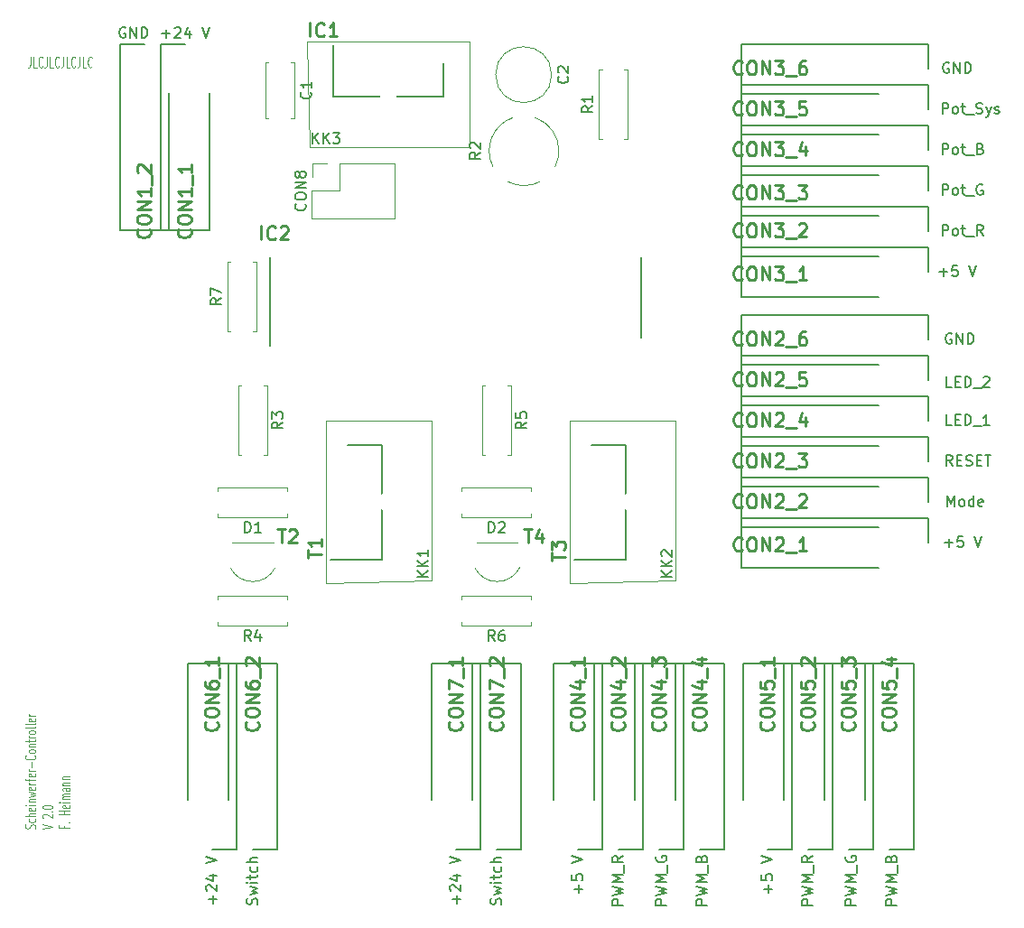
<source format=gbr>
%TF.GenerationSoftware,KiCad,Pcbnew,(5.1.10)-1*%
%TF.CreationDate,2021-12-22T13:08:42+01:00*%
%TF.ProjectId,Scheinwerfer_Dirk,53636865-696e-4776-9572-6665725f4469,V2.0*%
%TF.SameCoordinates,Original*%
%TF.FileFunction,Legend,Top*%
%TF.FilePolarity,Positive*%
%FSLAX46Y46*%
G04 Gerber Fmt 4.6, Leading zero omitted, Abs format (unit mm)*
G04 Created by KiCad (PCBNEW (5.1.10)-1) date 2021-12-22 13:08:42*
%MOMM*%
%LPD*%
G01*
G04 APERTURE LIST*
%ADD10C,0.100000*%
%ADD11C,0.150000*%
%ADD12C,0.200000*%
%ADD13C,0.120000*%
%ADD14C,0.254000*%
%ADD15C,3.100000*%
%ADD16C,4.700000*%
%ADD17C,1.133000*%
%ADD18R,1.133000X1.133000*%
%ADD19O,1.700000X1.700000*%
%ADD20R,1.700000X1.700000*%
%ADD21C,1.440000*%
%ADD22C,2.070000*%
%ADD23R,2.070000X2.070000*%
%ADD24O,1.600000X1.600000*%
%ADD25C,1.600000*%
%ADD26C,1.620000*%
%ADD27C,1.524000*%
%ADD28C,1.935000*%
%ADD29R,1.935000X1.935000*%
%ADD30C,2.400000*%
%ADD31R,2.400000X2.400000*%
G04 APERTURE END LIST*
D10*
X68069285Y-52178380D02*
X68069285Y-52892666D01*
X68040714Y-53035523D01*
X67983571Y-53130761D01*
X67897857Y-53178380D01*
X67840714Y-53178380D01*
X68640714Y-53178380D02*
X68355000Y-53178380D01*
X68355000Y-52178380D01*
X69183571Y-53083142D02*
X69155000Y-53130761D01*
X69069285Y-53178380D01*
X69012142Y-53178380D01*
X68926428Y-53130761D01*
X68869285Y-53035523D01*
X68840714Y-52940285D01*
X68812142Y-52749809D01*
X68812142Y-52606952D01*
X68840714Y-52416476D01*
X68869285Y-52321238D01*
X68926428Y-52226000D01*
X69012142Y-52178380D01*
X69069285Y-52178380D01*
X69155000Y-52226000D01*
X69183571Y-52273619D01*
X69612142Y-52178380D02*
X69612142Y-52892666D01*
X69583571Y-53035523D01*
X69526428Y-53130761D01*
X69440714Y-53178380D01*
X69383571Y-53178380D01*
X70183571Y-53178380D02*
X69897857Y-53178380D01*
X69897857Y-52178380D01*
X70726428Y-53083142D02*
X70697857Y-53130761D01*
X70612142Y-53178380D01*
X70555000Y-53178380D01*
X70469285Y-53130761D01*
X70412142Y-53035523D01*
X70383571Y-52940285D01*
X70355000Y-52749809D01*
X70355000Y-52606952D01*
X70383571Y-52416476D01*
X70412142Y-52321238D01*
X70469285Y-52226000D01*
X70555000Y-52178380D01*
X70612142Y-52178380D01*
X70697857Y-52226000D01*
X70726428Y-52273619D01*
X71155000Y-52178380D02*
X71155000Y-52892666D01*
X71126428Y-53035523D01*
X71069285Y-53130761D01*
X70983571Y-53178380D01*
X70926428Y-53178380D01*
X71726428Y-53178380D02*
X71440714Y-53178380D01*
X71440714Y-52178380D01*
X72269285Y-53083142D02*
X72240714Y-53130761D01*
X72155000Y-53178380D01*
X72097857Y-53178380D01*
X72012142Y-53130761D01*
X71955000Y-53035523D01*
X71926428Y-52940285D01*
X71897857Y-52749809D01*
X71897857Y-52606952D01*
X71926428Y-52416476D01*
X71955000Y-52321238D01*
X72012142Y-52226000D01*
X72097857Y-52178380D01*
X72155000Y-52178380D01*
X72240714Y-52226000D01*
X72269285Y-52273619D01*
X72697857Y-52178380D02*
X72697857Y-52892666D01*
X72669285Y-53035523D01*
X72612142Y-53130761D01*
X72526428Y-53178380D01*
X72469285Y-53178380D01*
X73269285Y-53178380D02*
X72983571Y-53178380D01*
X72983571Y-52178380D01*
X73812142Y-53083142D02*
X73783571Y-53130761D01*
X73697857Y-53178380D01*
X73640714Y-53178380D01*
X73555000Y-53130761D01*
X73497857Y-53035523D01*
X73469285Y-52940285D01*
X73440714Y-52749809D01*
X73440714Y-52606952D01*
X73469285Y-52416476D01*
X73497857Y-52321238D01*
X73555000Y-52226000D01*
X73640714Y-52178380D01*
X73697857Y-52178380D01*
X73783571Y-52226000D01*
X73812142Y-52273619D01*
X68494761Y-124546714D02*
X68542380Y-124461000D01*
X68542380Y-124318142D01*
X68494761Y-124261000D01*
X68447142Y-124232428D01*
X68351904Y-124203857D01*
X68256666Y-124203857D01*
X68161428Y-124232428D01*
X68113809Y-124261000D01*
X68066190Y-124318142D01*
X68018571Y-124432428D01*
X67970952Y-124489571D01*
X67923333Y-124518142D01*
X67828095Y-124546714D01*
X67732857Y-124546714D01*
X67637619Y-124518142D01*
X67590000Y-124489571D01*
X67542380Y-124432428D01*
X67542380Y-124289571D01*
X67590000Y-124203857D01*
X68494761Y-123689571D02*
X68542380Y-123746714D01*
X68542380Y-123861000D01*
X68494761Y-123918142D01*
X68447142Y-123946714D01*
X68351904Y-123975285D01*
X68066190Y-123975285D01*
X67970952Y-123946714D01*
X67923333Y-123918142D01*
X67875714Y-123861000D01*
X67875714Y-123746714D01*
X67923333Y-123689571D01*
X68542380Y-123432428D02*
X67542380Y-123432428D01*
X68542380Y-123175285D02*
X68018571Y-123175285D01*
X67923333Y-123203857D01*
X67875714Y-123261000D01*
X67875714Y-123346714D01*
X67923333Y-123403857D01*
X67970952Y-123432428D01*
X68494761Y-122661000D02*
X68542380Y-122718142D01*
X68542380Y-122832428D01*
X68494761Y-122889571D01*
X68399523Y-122918142D01*
X68018571Y-122918142D01*
X67923333Y-122889571D01*
X67875714Y-122832428D01*
X67875714Y-122718142D01*
X67923333Y-122661000D01*
X68018571Y-122632428D01*
X68113809Y-122632428D01*
X68209047Y-122918142D01*
X68542380Y-122375285D02*
X67875714Y-122375285D01*
X67542380Y-122375285D02*
X67590000Y-122403857D01*
X67637619Y-122375285D01*
X67590000Y-122346714D01*
X67542380Y-122375285D01*
X67637619Y-122375285D01*
X67875714Y-122089571D02*
X68542380Y-122089571D01*
X67970952Y-122089571D02*
X67923333Y-122061000D01*
X67875714Y-122003857D01*
X67875714Y-121918142D01*
X67923333Y-121861000D01*
X68018571Y-121832428D01*
X68542380Y-121832428D01*
X67875714Y-121603857D02*
X68542380Y-121489571D01*
X68066190Y-121375285D01*
X68542380Y-121261000D01*
X67875714Y-121146714D01*
X68494761Y-120689571D02*
X68542380Y-120746714D01*
X68542380Y-120861000D01*
X68494761Y-120918142D01*
X68399523Y-120946714D01*
X68018571Y-120946714D01*
X67923333Y-120918142D01*
X67875714Y-120861000D01*
X67875714Y-120746714D01*
X67923333Y-120689571D01*
X68018571Y-120661000D01*
X68113809Y-120661000D01*
X68209047Y-120946714D01*
X68542380Y-120403857D02*
X67875714Y-120403857D01*
X68066190Y-120403857D02*
X67970952Y-120375285D01*
X67923333Y-120346714D01*
X67875714Y-120289571D01*
X67875714Y-120232428D01*
X67875714Y-120118142D02*
X67875714Y-119889571D01*
X68542380Y-120032428D02*
X67685238Y-120032428D01*
X67590000Y-120003857D01*
X67542380Y-119946714D01*
X67542380Y-119889571D01*
X68494761Y-119461000D02*
X68542380Y-119518142D01*
X68542380Y-119632428D01*
X68494761Y-119689571D01*
X68399523Y-119718142D01*
X68018571Y-119718142D01*
X67923333Y-119689571D01*
X67875714Y-119632428D01*
X67875714Y-119518142D01*
X67923333Y-119461000D01*
X68018571Y-119432428D01*
X68113809Y-119432428D01*
X68209047Y-119718142D01*
X68542380Y-119175285D02*
X67875714Y-119175285D01*
X68066190Y-119175285D02*
X67970952Y-119146714D01*
X67923333Y-119118142D01*
X67875714Y-119061000D01*
X67875714Y-119003857D01*
X68161428Y-118803857D02*
X68161428Y-118346714D01*
X68447142Y-117718142D02*
X68494761Y-117746714D01*
X68542380Y-117832428D01*
X68542380Y-117889571D01*
X68494761Y-117975285D01*
X68399523Y-118032428D01*
X68304285Y-118061000D01*
X68113809Y-118089571D01*
X67970952Y-118089571D01*
X67780476Y-118061000D01*
X67685238Y-118032428D01*
X67590000Y-117975285D01*
X67542380Y-117889571D01*
X67542380Y-117832428D01*
X67590000Y-117746714D01*
X67637619Y-117718142D01*
X68542380Y-117375285D02*
X68494761Y-117432428D01*
X68447142Y-117461000D01*
X68351904Y-117489571D01*
X68066190Y-117489571D01*
X67970952Y-117461000D01*
X67923333Y-117432428D01*
X67875714Y-117375285D01*
X67875714Y-117289571D01*
X67923333Y-117232428D01*
X67970952Y-117203857D01*
X68066190Y-117175285D01*
X68351904Y-117175285D01*
X68447142Y-117203857D01*
X68494761Y-117232428D01*
X68542380Y-117289571D01*
X68542380Y-117375285D01*
X67875714Y-116918142D02*
X68542380Y-116918142D01*
X67970952Y-116918142D02*
X67923333Y-116889571D01*
X67875714Y-116832428D01*
X67875714Y-116746714D01*
X67923333Y-116689571D01*
X68018571Y-116661000D01*
X68542380Y-116661000D01*
X67875714Y-116461000D02*
X67875714Y-116232428D01*
X67542380Y-116375285D02*
X68399523Y-116375285D01*
X68494761Y-116346714D01*
X68542380Y-116289571D01*
X68542380Y-116232428D01*
X68542380Y-116032428D02*
X67875714Y-116032428D01*
X68066190Y-116032428D02*
X67970952Y-116003857D01*
X67923333Y-115975285D01*
X67875714Y-115918142D01*
X67875714Y-115861000D01*
X68542380Y-115575285D02*
X68494761Y-115632428D01*
X68447142Y-115661000D01*
X68351904Y-115689571D01*
X68066190Y-115689571D01*
X67970952Y-115661000D01*
X67923333Y-115632428D01*
X67875714Y-115575285D01*
X67875714Y-115489571D01*
X67923333Y-115432428D01*
X67970952Y-115403857D01*
X68066190Y-115375285D01*
X68351904Y-115375285D01*
X68447142Y-115403857D01*
X68494761Y-115432428D01*
X68542380Y-115489571D01*
X68542380Y-115575285D01*
X68542380Y-115032428D02*
X68494761Y-115089571D01*
X68399523Y-115118142D01*
X67542380Y-115118142D01*
X68542380Y-114718142D02*
X68494761Y-114775285D01*
X68399523Y-114803857D01*
X67542380Y-114803857D01*
X68494761Y-114261000D02*
X68542380Y-114318142D01*
X68542380Y-114432428D01*
X68494761Y-114489571D01*
X68399523Y-114518142D01*
X68018571Y-114518142D01*
X67923333Y-114489571D01*
X67875714Y-114432428D01*
X67875714Y-114318142D01*
X67923333Y-114261000D01*
X68018571Y-114232428D01*
X68113809Y-114232428D01*
X68209047Y-114518142D01*
X68542380Y-113975285D02*
X67875714Y-113975285D01*
X68066190Y-113975285D02*
X67970952Y-113946714D01*
X67923333Y-113918142D01*
X67875714Y-113861000D01*
X67875714Y-113803857D01*
X69142380Y-124603857D02*
X70142380Y-124403857D01*
X69142380Y-124203857D01*
X69237619Y-123575285D02*
X69190000Y-123546714D01*
X69142380Y-123489571D01*
X69142380Y-123346714D01*
X69190000Y-123289571D01*
X69237619Y-123261000D01*
X69332857Y-123232428D01*
X69428095Y-123232428D01*
X69570952Y-123261000D01*
X70142380Y-123603857D01*
X70142380Y-123232428D01*
X70047142Y-122975285D02*
X70094761Y-122946714D01*
X70142380Y-122975285D01*
X70094761Y-123003857D01*
X70047142Y-122975285D01*
X70142380Y-122975285D01*
X69142380Y-122575285D02*
X69142380Y-122518142D01*
X69190000Y-122461000D01*
X69237619Y-122432428D01*
X69332857Y-122403857D01*
X69523333Y-122375285D01*
X69761428Y-122375285D01*
X69951904Y-122403857D01*
X70047142Y-122432428D01*
X70094761Y-122461000D01*
X70142380Y-122518142D01*
X70142380Y-122575285D01*
X70094761Y-122632428D01*
X70047142Y-122661000D01*
X69951904Y-122689571D01*
X69761428Y-122718142D01*
X69523333Y-122718142D01*
X69332857Y-122689571D01*
X69237619Y-122661000D01*
X69190000Y-122632428D01*
X69142380Y-122575285D01*
X71218571Y-124318142D02*
X71218571Y-124518142D01*
X71742380Y-124518142D02*
X70742380Y-124518142D01*
X70742380Y-124232428D01*
X71647142Y-124003857D02*
X71694761Y-123975285D01*
X71742380Y-124003857D01*
X71694761Y-124032428D01*
X71647142Y-124003857D01*
X71742380Y-124003857D01*
X71742380Y-123261000D02*
X70742380Y-123261000D01*
X71218571Y-123261000D02*
X71218571Y-122918142D01*
X71742380Y-122918142D02*
X70742380Y-122918142D01*
X71694761Y-122403857D02*
X71742380Y-122461000D01*
X71742380Y-122575285D01*
X71694761Y-122632428D01*
X71599523Y-122661000D01*
X71218571Y-122661000D01*
X71123333Y-122632428D01*
X71075714Y-122575285D01*
X71075714Y-122461000D01*
X71123333Y-122403857D01*
X71218571Y-122375285D01*
X71313809Y-122375285D01*
X71409047Y-122661000D01*
X71742380Y-122118142D02*
X71075714Y-122118142D01*
X70742380Y-122118142D02*
X70790000Y-122146714D01*
X70837619Y-122118142D01*
X70790000Y-122089571D01*
X70742380Y-122118142D01*
X70837619Y-122118142D01*
X71742380Y-121832428D02*
X71075714Y-121832428D01*
X71170952Y-121832428D02*
X71123333Y-121803857D01*
X71075714Y-121746714D01*
X71075714Y-121661000D01*
X71123333Y-121603857D01*
X71218571Y-121575285D01*
X71742380Y-121575285D01*
X71218571Y-121575285D02*
X71123333Y-121546714D01*
X71075714Y-121489571D01*
X71075714Y-121403857D01*
X71123333Y-121346714D01*
X71218571Y-121318142D01*
X71742380Y-121318142D01*
X71742380Y-120775285D02*
X71218571Y-120775285D01*
X71123333Y-120803857D01*
X71075714Y-120861000D01*
X71075714Y-120975285D01*
X71123333Y-121032428D01*
X71694761Y-120775285D02*
X71742380Y-120832428D01*
X71742380Y-120975285D01*
X71694761Y-121032428D01*
X71599523Y-121061000D01*
X71504285Y-121061000D01*
X71409047Y-121032428D01*
X71361428Y-120975285D01*
X71361428Y-120832428D01*
X71313809Y-120775285D01*
X71075714Y-120489571D02*
X71742380Y-120489571D01*
X71170952Y-120489571D02*
X71123333Y-120461000D01*
X71075714Y-120403857D01*
X71075714Y-120318142D01*
X71123333Y-120261000D01*
X71218571Y-120232428D01*
X71742380Y-120232428D01*
X71075714Y-119946714D02*
X71742380Y-119946714D01*
X71170952Y-119946714D02*
X71123333Y-119918142D01*
X71075714Y-119861000D01*
X71075714Y-119775285D01*
X71123333Y-119718142D01*
X71218571Y-119689571D01*
X71742380Y-119689571D01*
D11*
X137221428Y-130624666D02*
X137221428Y-129862761D01*
X137602380Y-130243714D02*
X136840476Y-130243714D01*
X136602380Y-128910380D02*
X136602380Y-129386571D01*
X137078571Y-129434190D01*
X137030952Y-129386571D01*
X136983333Y-129291333D01*
X136983333Y-129053238D01*
X137030952Y-128958000D01*
X137078571Y-128910380D01*
X137173809Y-128862761D01*
X137411904Y-128862761D01*
X137507142Y-128910380D01*
X137554761Y-128958000D01*
X137602380Y-129053238D01*
X137602380Y-129291333D01*
X137554761Y-129386571D01*
X137507142Y-129434190D01*
X136602380Y-127815142D02*
X137602380Y-127481809D01*
X136602380Y-127148476D01*
X145476380Y-131751714D02*
X144476380Y-131751714D01*
X144476380Y-131370761D01*
X144524000Y-131275523D01*
X144571619Y-131227904D01*
X144666857Y-131180285D01*
X144809714Y-131180285D01*
X144904952Y-131227904D01*
X144952571Y-131275523D01*
X145000190Y-131370761D01*
X145000190Y-131751714D01*
X144476380Y-130846952D02*
X145476380Y-130608857D01*
X144762095Y-130418380D01*
X145476380Y-130227904D01*
X144476380Y-129989809D01*
X145476380Y-129608857D02*
X144476380Y-129608857D01*
X145190666Y-129275523D01*
X144476380Y-128942190D01*
X145476380Y-128942190D01*
X145571619Y-128704095D02*
X145571619Y-127942190D01*
X144524000Y-127180285D02*
X144476380Y-127275523D01*
X144476380Y-127418380D01*
X144524000Y-127561238D01*
X144619238Y-127656476D01*
X144714476Y-127704095D01*
X144904952Y-127751714D01*
X145047809Y-127751714D01*
X145238285Y-127704095D01*
X145333523Y-127656476D01*
X145428761Y-127561238D01*
X145476380Y-127418380D01*
X145476380Y-127323142D01*
X145428761Y-127180285D01*
X145381142Y-127132666D01*
X145047809Y-127132666D01*
X145047809Y-127323142D01*
X141412380Y-131751714D02*
X140412380Y-131751714D01*
X140412380Y-131370761D01*
X140460000Y-131275523D01*
X140507619Y-131227904D01*
X140602857Y-131180285D01*
X140745714Y-131180285D01*
X140840952Y-131227904D01*
X140888571Y-131275523D01*
X140936190Y-131370761D01*
X140936190Y-131751714D01*
X140412380Y-130846952D02*
X141412380Y-130608857D01*
X140698095Y-130418380D01*
X141412380Y-130227904D01*
X140412380Y-129989809D01*
X141412380Y-129608857D02*
X140412380Y-129608857D01*
X141126666Y-129275523D01*
X140412380Y-128942190D01*
X141412380Y-128942190D01*
X141507619Y-128704095D02*
X141507619Y-127942190D01*
X141412380Y-127132666D02*
X140936190Y-127466000D01*
X141412380Y-127704095D02*
X140412380Y-127704095D01*
X140412380Y-127323142D01*
X140460000Y-127227904D01*
X140507619Y-127180285D01*
X140602857Y-127132666D01*
X140745714Y-127132666D01*
X140840952Y-127180285D01*
X140888571Y-127227904D01*
X140936190Y-127323142D01*
X140936190Y-127704095D01*
X149286380Y-131751714D02*
X148286380Y-131751714D01*
X148286380Y-131370761D01*
X148334000Y-131275523D01*
X148381619Y-131227904D01*
X148476857Y-131180285D01*
X148619714Y-131180285D01*
X148714952Y-131227904D01*
X148762571Y-131275523D01*
X148810190Y-131370761D01*
X148810190Y-131751714D01*
X148286380Y-130846952D02*
X149286380Y-130608857D01*
X148572095Y-130418380D01*
X149286380Y-130227904D01*
X148286380Y-129989809D01*
X149286380Y-129608857D02*
X148286380Y-129608857D01*
X149000666Y-129275523D01*
X148286380Y-128942190D01*
X149286380Y-128942190D01*
X149381619Y-128704095D02*
X149381619Y-127942190D01*
X148762571Y-127370761D02*
X148810190Y-127227904D01*
X148857809Y-127180285D01*
X148953047Y-127132666D01*
X149095904Y-127132666D01*
X149191142Y-127180285D01*
X149238761Y-127227904D01*
X149286380Y-127323142D01*
X149286380Y-127704095D01*
X148286380Y-127704095D01*
X148286380Y-127370761D01*
X148334000Y-127275523D01*
X148381619Y-127227904D01*
X148476857Y-127180285D01*
X148572095Y-127180285D01*
X148667333Y-127227904D01*
X148714952Y-127275523D01*
X148762571Y-127370761D01*
X148762571Y-127704095D01*
X131506380Y-131751714D02*
X130506380Y-131751714D01*
X130506380Y-131370761D01*
X130554000Y-131275523D01*
X130601619Y-131227904D01*
X130696857Y-131180285D01*
X130839714Y-131180285D01*
X130934952Y-131227904D01*
X130982571Y-131275523D01*
X131030190Y-131370761D01*
X131030190Y-131751714D01*
X130506380Y-130846952D02*
X131506380Y-130608857D01*
X130792095Y-130418380D01*
X131506380Y-130227904D01*
X130506380Y-129989809D01*
X131506380Y-129608857D02*
X130506380Y-129608857D01*
X131220666Y-129275523D01*
X130506380Y-128942190D01*
X131506380Y-128942190D01*
X131601619Y-128704095D02*
X131601619Y-127942190D01*
X130982571Y-127370761D02*
X131030190Y-127227904D01*
X131077809Y-127180285D01*
X131173047Y-127132666D01*
X131315904Y-127132666D01*
X131411142Y-127180285D01*
X131458761Y-127227904D01*
X131506380Y-127323142D01*
X131506380Y-127704095D01*
X130506380Y-127704095D01*
X130506380Y-127370761D01*
X130554000Y-127275523D01*
X130601619Y-127227904D01*
X130696857Y-127180285D01*
X130792095Y-127180285D01*
X130887333Y-127227904D01*
X130934952Y-127275523D01*
X130982571Y-127370761D01*
X130982571Y-127704095D01*
X127696380Y-131751714D02*
X126696380Y-131751714D01*
X126696380Y-131370761D01*
X126744000Y-131275523D01*
X126791619Y-131227904D01*
X126886857Y-131180285D01*
X127029714Y-131180285D01*
X127124952Y-131227904D01*
X127172571Y-131275523D01*
X127220190Y-131370761D01*
X127220190Y-131751714D01*
X126696380Y-130846952D02*
X127696380Y-130608857D01*
X126982095Y-130418380D01*
X127696380Y-130227904D01*
X126696380Y-129989809D01*
X127696380Y-129608857D02*
X126696380Y-129608857D01*
X127410666Y-129275523D01*
X126696380Y-128942190D01*
X127696380Y-128942190D01*
X127791619Y-128704095D02*
X127791619Y-127942190D01*
X126744000Y-127180285D02*
X126696380Y-127275523D01*
X126696380Y-127418380D01*
X126744000Y-127561238D01*
X126839238Y-127656476D01*
X126934476Y-127704095D01*
X127124952Y-127751714D01*
X127267809Y-127751714D01*
X127458285Y-127704095D01*
X127553523Y-127656476D01*
X127648761Y-127561238D01*
X127696380Y-127418380D01*
X127696380Y-127323142D01*
X127648761Y-127180285D01*
X127601142Y-127132666D01*
X127267809Y-127132666D01*
X127267809Y-127323142D01*
X123632380Y-131751714D02*
X122632380Y-131751714D01*
X122632380Y-131370761D01*
X122680000Y-131275523D01*
X122727619Y-131227904D01*
X122822857Y-131180285D01*
X122965714Y-131180285D01*
X123060952Y-131227904D01*
X123108571Y-131275523D01*
X123156190Y-131370761D01*
X123156190Y-131751714D01*
X122632380Y-130846952D02*
X123632380Y-130608857D01*
X122918095Y-130418380D01*
X123632380Y-130227904D01*
X122632380Y-129989809D01*
X123632380Y-129608857D02*
X122632380Y-129608857D01*
X123346666Y-129275523D01*
X122632380Y-128942190D01*
X123632380Y-128942190D01*
X123727619Y-128704095D02*
X123727619Y-127942190D01*
X123632380Y-127132666D02*
X123156190Y-127466000D01*
X123632380Y-127704095D02*
X122632380Y-127704095D01*
X122632380Y-127323142D01*
X122680000Y-127227904D01*
X122727619Y-127180285D01*
X122822857Y-127132666D01*
X122965714Y-127132666D01*
X123060952Y-127180285D01*
X123108571Y-127227904D01*
X123156190Y-127323142D01*
X123156190Y-127704095D01*
X119441428Y-130624666D02*
X119441428Y-129862761D01*
X119822380Y-130243714D02*
X119060476Y-130243714D01*
X118822380Y-128910380D02*
X118822380Y-129386571D01*
X119298571Y-129434190D01*
X119250952Y-129386571D01*
X119203333Y-129291333D01*
X119203333Y-129053238D01*
X119250952Y-128958000D01*
X119298571Y-128910380D01*
X119393809Y-128862761D01*
X119631904Y-128862761D01*
X119727142Y-128910380D01*
X119774761Y-128958000D01*
X119822380Y-129053238D01*
X119822380Y-129291333D01*
X119774761Y-129386571D01*
X119727142Y-129434190D01*
X118822380Y-127815142D02*
X119822380Y-127481809D01*
X118822380Y-127148476D01*
X112154761Y-131680285D02*
X112202380Y-131537428D01*
X112202380Y-131299333D01*
X112154761Y-131204095D01*
X112107142Y-131156476D01*
X112011904Y-131108857D01*
X111916666Y-131108857D01*
X111821428Y-131156476D01*
X111773809Y-131204095D01*
X111726190Y-131299333D01*
X111678571Y-131489809D01*
X111630952Y-131585047D01*
X111583333Y-131632666D01*
X111488095Y-131680285D01*
X111392857Y-131680285D01*
X111297619Y-131632666D01*
X111250000Y-131585047D01*
X111202380Y-131489809D01*
X111202380Y-131251714D01*
X111250000Y-131108857D01*
X111535714Y-130775523D02*
X112202380Y-130585047D01*
X111726190Y-130394571D01*
X112202380Y-130204095D01*
X111535714Y-130013619D01*
X112202380Y-129632666D02*
X111535714Y-129632666D01*
X111202380Y-129632666D02*
X111250000Y-129680285D01*
X111297619Y-129632666D01*
X111250000Y-129585047D01*
X111202380Y-129632666D01*
X111297619Y-129632666D01*
X111535714Y-129299333D02*
X111535714Y-128918380D01*
X111202380Y-129156476D02*
X112059523Y-129156476D01*
X112154761Y-129108857D01*
X112202380Y-129013619D01*
X112202380Y-128918380D01*
X112154761Y-128156476D02*
X112202380Y-128251714D01*
X112202380Y-128442190D01*
X112154761Y-128537428D01*
X112107142Y-128585047D01*
X112011904Y-128632666D01*
X111726190Y-128632666D01*
X111630952Y-128585047D01*
X111583333Y-128537428D01*
X111535714Y-128442190D01*
X111535714Y-128251714D01*
X111583333Y-128156476D01*
X112202380Y-127727904D02*
X111202380Y-127727904D01*
X112202380Y-127299333D02*
X111678571Y-127299333D01*
X111583333Y-127346952D01*
X111535714Y-127442190D01*
X111535714Y-127585047D01*
X111583333Y-127680285D01*
X111630952Y-127727904D01*
X89294761Y-131680285D02*
X89342380Y-131537428D01*
X89342380Y-131299333D01*
X89294761Y-131204095D01*
X89247142Y-131156476D01*
X89151904Y-131108857D01*
X89056666Y-131108857D01*
X88961428Y-131156476D01*
X88913809Y-131204095D01*
X88866190Y-131299333D01*
X88818571Y-131489809D01*
X88770952Y-131585047D01*
X88723333Y-131632666D01*
X88628095Y-131680285D01*
X88532857Y-131680285D01*
X88437619Y-131632666D01*
X88390000Y-131585047D01*
X88342380Y-131489809D01*
X88342380Y-131251714D01*
X88390000Y-131108857D01*
X88675714Y-130775523D02*
X89342380Y-130585047D01*
X88866190Y-130394571D01*
X89342380Y-130204095D01*
X88675714Y-130013619D01*
X89342380Y-129632666D02*
X88675714Y-129632666D01*
X88342380Y-129632666D02*
X88390000Y-129680285D01*
X88437619Y-129632666D01*
X88390000Y-129585047D01*
X88342380Y-129632666D01*
X88437619Y-129632666D01*
X88675714Y-129299333D02*
X88675714Y-128918380D01*
X88342380Y-129156476D02*
X89199523Y-129156476D01*
X89294761Y-129108857D01*
X89342380Y-129013619D01*
X89342380Y-128918380D01*
X89294761Y-128156476D02*
X89342380Y-128251714D01*
X89342380Y-128442190D01*
X89294761Y-128537428D01*
X89247142Y-128585047D01*
X89151904Y-128632666D01*
X88866190Y-128632666D01*
X88770952Y-128585047D01*
X88723333Y-128537428D01*
X88675714Y-128442190D01*
X88675714Y-128251714D01*
X88723333Y-128156476D01*
X89342380Y-127727904D02*
X88342380Y-127727904D01*
X89342380Y-127299333D02*
X88818571Y-127299333D01*
X88723333Y-127346952D01*
X88675714Y-127442190D01*
X88675714Y-127585047D01*
X88723333Y-127680285D01*
X88770952Y-127727904D01*
X108011428Y-131608857D02*
X108011428Y-130846952D01*
X108392380Y-131227904D02*
X107630476Y-131227904D01*
X107487619Y-130418380D02*
X107440000Y-130370761D01*
X107392380Y-130275523D01*
X107392380Y-130037428D01*
X107440000Y-129942190D01*
X107487619Y-129894571D01*
X107582857Y-129846952D01*
X107678095Y-129846952D01*
X107820952Y-129894571D01*
X108392380Y-130466000D01*
X108392380Y-129846952D01*
X107725714Y-128989809D02*
X108392380Y-128989809D01*
X107344761Y-129227904D02*
X108059047Y-129466000D01*
X108059047Y-128846952D01*
X107392380Y-127846952D02*
X108392380Y-127513619D01*
X107392380Y-127180285D01*
X85151428Y-131608857D02*
X85151428Y-130846952D01*
X85532380Y-131227904D02*
X84770476Y-131227904D01*
X84627619Y-130418380D02*
X84580000Y-130370761D01*
X84532380Y-130275523D01*
X84532380Y-130037428D01*
X84580000Y-129942190D01*
X84627619Y-129894571D01*
X84722857Y-129846952D01*
X84818095Y-129846952D01*
X84960952Y-129894571D01*
X85532380Y-130466000D01*
X85532380Y-129846952D01*
X84865714Y-128989809D02*
X85532380Y-128989809D01*
X84484761Y-129227904D02*
X85199047Y-129466000D01*
X85199047Y-128846952D01*
X84532380Y-127846952D02*
X85532380Y-127513619D01*
X84532380Y-127180285D01*
X153771333Y-97787428D02*
X154533238Y-97787428D01*
X154152285Y-98168380D02*
X154152285Y-97406476D01*
X155485619Y-97168380D02*
X155009428Y-97168380D01*
X154961809Y-97644571D01*
X155009428Y-97596952D01*
X155104666Y-97549333D01*
X155342761Y-97549333D01*
X155438000Y-97596952D01*
X155485619Y-97644571D01*
X155533238Y-97739809D01*
X155533238Y-97977904D01*
X155485619Y-98073142D01*
X155438000Y-98120761D01*
X155342761Y-98168380D01*
X155104666Y-98168380D01*
X155009428Y-98120761D01*
X154961809Y-98073142D01*
X156580857Y-97168380D02*
X156914190Y-98168380D01*
X157247523Y-97168380D01*
X154493619Y-90548380D02*
X154160285Y-90072190D01*
X153922190Y-90548380D02*
X153922190Y-89548380D01*
X154303142Y-89548380D01*
X154398380Y-89596000D01*
X154446000Y-89643619D01*
X154493619Y-89738857D01*
X154493619Y-89881714D01*
X154446000Y-89976952D01*
X154398380Y-90024571D01*
X154303142Y-90072190D01*
X153922190Y-90072190D01*
X154922190Y-90024571D02*
X155255523Y-90024571D01*
X155398380Y-90548380D02*
X154922190Y-90548380D01*
X154922190Y-89548380D01*
X155398380Y-89548380D01*
X155779333Y-90500761D02*
X155922190Y-90548380D01*
X156160285Y-90548380D01*
X156255523Y-90500761D01*
X156303142Y-90453142D01*
X156350761Y-90357904D01*
X156350761Y-90262666D01*
X156303142Y-90167428D01*
X156255523Y-90119809D01*
X156160285Y-90072190D01*
X155969809Y-90024571D01*
X155874571Y-89976952D01*
X155826952Y-89929333D01*
X155779333Y-89834095D01*
X155779333Y-89738857D01*
X155826952Y-89643619D01*
X155874571Y-89596000D01*
X155969809Y-89548380D01*
X156207904Y-89548380D01*
X156350761Y-89596000D01*
X156779333Y-90024571D02*
X157112666Y-90024571D01*
X157255523Y-90548380D02*
X156779333Y-90548380D01*
X156779333Y-89548380D01*
X157255523Y-89548380D01*
X157541238Y-89548380D02*
X158112666Y-89548380D01*
X157826952Y-90548380D02*
X157826952Y-89548380D01*
X154446000Y-86738380D02*
X153969809Y-86738380D01*
X153969809Y-85738380D01*
X154779333Y-86214571D02*
X155112666Y-86214571D01*
X155255523Y-86738380D02*
X154779333Y-86738380D01*
X154779333Y-85738380D01*
X155255523Y-85738380D01*
X155684095Y-86738380D02*
X155684095Y-85738380D01*
X155922190Y-85738380D01*
X156065047Y-85786000D01*
X156160285Y-85881238D01*
X156207904Y-85976476D01*
X156255523Y-86166952D01*
X156255523Y-86309809D01*
X156207904Y-86500285D01*
X156160285Y-86595523D01*
X156065047Y-86690761D01*
X155922190Y-86738380D01*
X155684095Y-86738380D01*
X156446000Y-86833619D02*
X157207904Y-86833619D01*
X157969809Y-86738380D02*
X157398380Y-86738380D01*
X157684095Y-86738380D02*
X157684095Y-85738380D01*
X157588857Y-85881238D01*
X157493619Y-85976476D01*
X157398380Y-86024095D01*
X154025333Y-94358380D02*
X154025333Y-93358380D01*
X154358666Y-94072666D01*
X154692000Y-93358380D01*
X154692000Y-94358380D01*
X155311047Y-94358380D02*
X155215809Y-94310761D01*
X155168190Y-94263142D01*
X155120571Y-94167904D01*
X155120571Y-93882190D01*
X155168190Y-93786952D01*
X155215809Y-93739333D01*
X155311047Y-93691714D01*
X155453904Y-93691714D01*
X155549142Y-93739333D01*
X155596761Y-93786952D01*
X155644380Y-93882190D01*
X155644380Y-94167904D01*
X155596761Y-94263142D01*
X155549142Y-94310761D01*
X155453904Y-94358380D01*
X155311047Y-94358380D01*
X156501523Y-94358380D02*
X156501523Y-93358380D01*
X156501523Y-94310761D02*
X156406285Y-94358380D01*
X156215809Y-94358380D01*
X156120571Y-94310761D01*
X156072952Y-94263142D01*
X156025333Y-94167904D01*
X156025333Y-93882190D01*
X156072952Y-93786952D01*
X156120571Y-93739333D01*
X156215809Y-93691714D01*
X156406285Y-93691714D01*
X156501523Y-93739333D01*
X157358666Y-94310761D02*
X157263428Y-94358380D01*
X157072952Y-94358380D01*
X156977714Y-94310761D01*
X156930095Y-94215523D01*
X156930095Y-93834571D01*
X156977714Y-93739333D01*
X157072952Y-93691714D01*
X157263428Y-93691714D01*
X157358666Y-93739333D01*
X157406285Y-93834571D01*
X157406285Y-93929809D01*
X156930095Y-94025047D01*
X154446000Y-83182380D02*
X153969809Y-83182380D01*
X153969809Y-82182380D01*
X154779333Y-82658571D02*
X155112666Y-82658571D01*
X155255523Y-83182380D02*
X154779333Y-83182380D01*
X154779333Y-82182380D01*
X155255523Y-82182380D01*
X155684095Y-83182380D02*
X155684095Y-82182380D01*
X155922190Y-82182380D01*
X156065047Y-82230000D01*
X156160285Y-82325238D01*
X156207904Y-82420476D01*
X156255523Y-82610952D01*
X156255523Y-82753809D01*
X156207904Y-82944285D01*
X156160285Y-83039523D01*
X156065047Y-83134761D01*
X155922190Y-83182380D01*
X155684095Y-83182380D01*
X156446000Y-83277619D02*
X157207904Y-83277619D01*
X157398380Y-82277619D02*
X157446000Y-82230000D01*
X157541238Y-82182380D01*
X157779333Y-82182380D01*
X157874571Y-82230000D01*
X157922190Y-82277619D01*
X157969809Y-82372857D01*
X157969809Y-82468095D01*
X157922190Y-82610952D01*
X157350761Y-83182380D01*
X157969809Y-83182380D01*
X154422095Y-78166000D02*
X154326857Y-78118380D01*
X154184000Y-78118380D01*
X154041142Y-78166000D01*
X153945904Y-78261238D01*
X153898285Y-78356476D01*
X153850666Y-78546952D01*
X153850666Y-78689809D01*
X153898285Y-78880285D01*
X153945904Y-78975523D01*
X154041142Y-79070761D01*
X154184000Y-79118380D01*
X154279238Y-79118380D01*
X154422095Y-79070761D01*
X154469714Y-79023142D01*
X154469714Y-78689809D01*
X154279238Y-78689809D01*
X154898285Y-79118380D02*
X154898285Y-78118380D01*
X155469714Y-79118380D01*
X155469714Y-78118380D01*
X155945904Y-79118380D02*
X155945904Y-78118380D01*
X156184000Y-78118380D01*
X156326857Y-78166000D01*
X156422095Y-78261238D01*
X156469714Y-78356476D01*
X156517333Y-78546952D01*
X156517333Y-78689809D01*
X156469714Y-78880285D01*
X156422095Y-78975523D01*
X156326857Y-79070761D01*
X156184000Y-79118380D01*
X155945904Y-79118380D01*
X153263333Y-72387428D02*
X154025238Y-72387428D01*
X153644285Y-72768380D02*
X153644285Y-72006476D01*
X154977619Y-71768380D02*
X154501428Y-71768380D01*
X154453809Y-72244571D01*
X154501428Y-72196952D01*
X154596666Y-72149333D01*
X154834761Y-72149333D01*
X154930000Y-72196952D01*
X154977619Y-72244571D01*
X155025238Y-72339809D01*
X155025238Y-72577904D01*
X154977619Y-72673142D01*
X154930000Y-72720761D01*
X154834761Y-72768380D01*
X154596666Y-72768380D01*
X154501428Y-72720761D01*
X154453809Y-72673142D01*
X156072857Y-71768380D02*
X156406190Y-72768380D01*
X156739523Y-71768380D01*
X153557047Y-68958380D02*
X153557047Y-67958380D01*
X153938000Y-67958380D01*
X154033238Y-68006000D01*
X154080857Y-68053619D01*
X154128476Y-68148857D01*
X154128476Y-68291714D01*
X154080857Y-68386952D01*
X154033238Y-68434571D01*
X153938000Y-68482190D01*
X153557047Y-68482190D01*
X154699904Y-68958380D02*
X154604666Y-68910761D01*
X154557047Y-68863142D01*
X154509428Y-68767904D01*
X154509428Y-68482190D01*
X154557047Y-68386952D01*
X154604666Y-68339333D01*
X154699904Y-68291714D01*
X154842761Y-68291714D01*
X154938000Y-68339333D01*
X154985619Y-68386952D01*
X155033238Y-68482190D01*
X155033238Y-68767904D01*
X154985619Y-68863142D01*
X154938000Y-68910761D01*
X154842761Y-68958380D01*
X154699904Y-68958380D01*
X155318952Y-68291714D02*
X155699904Y-68291714D01*
X155461809Y-67958380D02*
X155461809Y-68815523D01*
X155509428Y-68910761D01*
X155604666Y-68958380D01*
X155699904Y-68958380D01*
X155795142Y-69053619D02*
X156557047Y-69053619D01*
X157366571Y-68958380D02*
X157033238Y-68482190D01*
X156795142Y-68958380D02*
X156795142Y-67958380D01*
X157176095Y-67958380D01*
X157271333Y-68006000D01*
X157318952Y-68053619D01*
X157366571Y-68148857D01*
X157366571Y-68291714D01*
X157318952Y-68386952D01*
X157271333Y-68434571D01*
X157176095Y-68482190D01*
X156795142Y-68482190D01*
X153557047Y-65148380D02*
X153557047Y-64148380D01*
X153938000Y-64148380D01*
X154033238Y-64196000D01*
X154080857Y-64243619D01*
X154128476Y-64338857D01*
X154128476Y-64481714D01*
X154080857Y-64576952D01*
X154033238Y-64624571D01*
X153938000Y-64672190D01*
X153557047Y-64672190D01*
X154699904Y-65148380D02*
X154604666Y-65100761D01*
X154557047Y-65053142D01*
X154509428Y-64957904D01*
X154509428Y-64672190D01*
X154557047Y-64576952D01*
X154604666Y-64529333D01*
X154699904Y-64481714D01*
X154842761Y-64481714D01*
X154938000Y-64529333D01*
X154985619Y-64576952D01*
X155033238Y-64672190D01*
X155033238Y-64957904D01*
X154985619Y-65053142D01*
X154938000Y-65100761D01*
X154842761Y-65148380D01*
X154699904Y-65148380D01*
X155318952Y-64481714D02*
X155699904Y-64481714D01*
X155461809Y-64148380D02*
X155461809Y-65005523D01*
X155509428Y-65100761D01*
X155604666Y-65148380D01*
X155699904Y-65148380D01*
X155795142Y-65243619D02*
X156557047Y-65243619D01*
X157318952Y-64196000D02*
X157223714Y-64148380D01*
X157080857Y-64148380D01*
X156938000Y-64196000D01*
X156842761Y-64291238D01*
X156795142Y-64386476D01*
X156747523Y-64576952D01*
X156747523Y-64719809D01*
X156795142Y-64910285D01*
X156842761Y-65005523D01*
X156938000Y-65100761D01*
X157080857Y-65148380D01*
X157176095Y-65148380D01*
X157318952Y-65100761D01*
X157366571Y-65053142D01*
X157366571Y-64719809D01*
X157176095Y-64719809D01*
X153557047Y-61338380D02*
X153557047Y-60338380D01*
X153938000Y-60338380D01*
X154033238Y-60386000D01*
X154080857Y-60433619D01*
X154128476Y-60528857D01*
X154128476Y-60671714D01*
X154080857Y-60766952D01*
X154033238Y-60814571D01*
X153938000Y-60862190D01*
X153557047Y-60862190D01*
X154699904Y-61338380D02*
X154604666Y-61290761D01*
X154557047Y-61243142D01*
X154509428Y-61147904D01*
X154509428Y-60862190D01*
X154557047Y-60766952D01*
X154604666Y-60719333D01*
X154699904Y-60671714D01*
X154842761Y-60671714D01*
X154938000Y-60719333D01*
X154985619Y-60766952D01*
X155033238Y-60862190D01*
X155033238Y-61147904D01*
X154985619Y-61243142D01*
X154938000Y-61290761D01*
X154842761Y-61338380D01*
X154699904Y-61338380D01*
X155318952Y-60671714D02*
X155699904Y-60671714D01*
X155461809Y-60338380D02*
X155461809Y-61195523D01*
X155509428Y-61290761D01*
X155604666Y-61338380D01*
X155699904Y-61338380D01*
X155795142Y-61433619D02*
X156557047Y-61433619D01*
X157128476Y-60814571D02*
X157271333Y-60862190D01*
X157318952Y-60909809D01*
X157366571Y-61005047D01*
X157366571Y-61147904D01*
X157318952Y-61243142D01*
X157271333Y-61290761D01*
X157176095Y-61338380D01*
X156795142Y-61338380D01*
X156795142Y-60338380D01*
X157128476Y-60338380D01*
X157223714Y-60386000D01*
X157271333Y-60433619D01*
X157318952Y-60528857D01*
X157318952Y-60624095D01*
X157271333Y-60719333D01*
X157223714Y-60766952D01*
X157128476Y-60814571D01*
X156795142Y-60814571D01*
X153557142Y-57528380D02*
X153557142Y-56528380D01*
X153938095Y-56528380D01*
X154033333Y-56576000D01*
X154080952Y-56623619D01*
X154128571Y-56718857D01*
X154128571Y-56861714D01*
X154080952Y-56956952D01*
X154033333Y-57004571D01*
X153938095Y-57052190D01*
X153557142Y-57052190D01*
X154700000Y-57528380D02*
X154604761Y-57480761D01*
X154557142Y-57433142D01*
X154509523Y-57337904D01*
X154509523Y-57052190D01*
X154557142Y-56956952D01*
X154604761Y-56909333D01*
X154700000Y-56861714D01*
X154842857Y-56861714D01*
X154938095Y-56909333D01*
X154985714Y-56956952D01*
X155033333Y-57052190D01*
X155033333Y-57337904D01*
X154985714Y-57433142D01*
X154938095Y-57480761D01*
X154842857Y-57528380D01*
X154700000Y-57528380D01*
X155319047Y-56861714D02*
X155700000Y-56861714D01*
X155461904Y-56528380D02*
X155461904Y-57385523D01*
X155509523Y-57480761D01*
X155604761Y-57528380D01*
X155700000Y-57528380D01*
X155795238Y-57623619D02*
X156557142Y-57623619D01*
X156747619Y-57480761D02*
X156890476Y-57528380D01*
X157128571Y-57528380D01*
X157223809Y-57480761D01*
X157271428Y-57433142D01*
X157319047Y-57337904D01*
X157319047Y-57242666D01*
X157271428Y-57147428D01*
X157223809Y-57099809D01*
X157128571Y-57052190D01*
X156938095Y-57004571D01*
X156842857Y-56956952D01*
X156795238Y-56909333D01*
X156747619Y-56814095D01*
X156747619Y-56718857D01*
X156795238Y-56623619D01*
X156842857Y-56576000D01*
X156938095Y-56528380D01*
X157176190Y-56528380D01*
X157319047Y-56576000D01*
X157652380Y-56861714D02*
X157890476Y-57528380D01*
X158128571Y-56861714D02*
X157890476Y-57528380D01*
X157795238Y-57766476D01*
X157747619Y-57814095D01*
X157652380Y-57861714D01*
X158461904Y-57480761D02*
X158557142Y-57528380D01*
X158747619Y-57528380D01*
X158842857Y-57480761D01*
X158890476Y-57385523D01*
X158890476Y-57337904D01*
X158842857Y-57242666D01*
X158747619Y-57195047D01*
X158604761Y-57195047D01*
X158509523Y-57147428D01*
X158461904Y-57052190D01*
X158461904Y-57004571D01*
X158509523Y-56909333D01*
X158604761Y-56861714D01*
X158747619Y-56861714D01*
X158842857Y-56909333D01*
X154168095Y-52766000D02*
X154072857Y-52718380D01*
X153930000Y-52718380D01*
X153787142Y-52766000D01*
X153691904Y-52861238D01*
X153644285Y-52956476D01*
X153596666Y-53146952D01*
X153596666Y-53289809D01*
X153644285Y-53480285D01*
X153691904Y-53575523D01*
X153787142Y-53670761D01*
X153930000Y-53718380D01*
X154025238Y-53718380D01*
X154168095Y-53670761D01*
X154215714Y-53623142D01*
X154215714Y-53289809D01*
X154025238Y-53289809D01*
X154644285Y-53718380D02*
X154644285Y-52718380D01*
X155215714Y-53718380D01*
X155215714Y-52718380D01*
X155691904Y-53718380D02*
X155691904Y-52718380D01*
X155930000Y-52718380D01*
X156072857Y-52766000D01*
X156168095Y-52861238D01*
X156215714Y-52956476D01*
X156263333Y-53146952D01*
X156263333Y-53289809D01*
X156215714Y-53480285D01*
X156168095Y-53575523D01*
X156072857Y-53670761D01*
X155930000Y-53718380D01*
X155691904Y-53718380D01*
X80397142Y-50035428D02*
X81159047Y-50035428D01*
X80778095Y-50416380D02*
X80778095Y-49654476D01*
X81587619Y-49511619D02*
X81635238Y-49464000D01*
X81730476Y-49416380D01*
X81968571Y-49416380D01*
X82063809Y-49464000D01*
X82111428Y-49511619D01*
X82159047Y-49606857D01*
X82159047Y-49702095D01*
X82111428Y-49844952D01*
X81540000Y-50416380D01*
X82159047Y-50416380D01*
X83016190Y-49749714D02*
X83016190Y-50416380D01*
X82778095Y-49368761D02*
X82540000Y-50083047D01*
X83159047Y-50083047D01*
X84159047Y-49416380D02*
X84492380Y-50416380D01*
X84825714Y-49416380D01*
X76952095Y-49464000D02*
X76856857Y-49416380D01*
X76714000Y-49416380D01*
X76571142Y-49464000D01*
X76475904Y-49559238D01*
X76428285Y-49654476D01*
X76380666Y-49844952D01*
X76380666Y-49987809D01*
X76428285Y-50178285D01*
X76475904Y-50273523D01*
X76571142Y-50368761D01*
X76714000Y-50416380D01*
X76809238Y-50416380D01*
X76952095Y-50368761D01*
X76999714Y-50321142D01*
X76999714Y-49987809D01*
X76809238Y-49987809D01*
X77428285Y-50416380D02*
X77428285Y-49416380D01*
X77999714Y-50416380D01*
X77999714Y-49416380D01*
X78475904Y-50416380D02*
X78475904Y-49416380D01*
X78714000Y-49416380D01*
X78856857Y-49464000D01*
X78952095Y-49559238D01*
X78999714Y-49654476D01*
X79047333Y-49844952D01*
X79047333Y-49987809D01*
X78999714Y-50178285D01*
X78952095Y-50273523D01*
X78856857Y-50368761D01*
X78714000Y-50416380D01*
X78475904Y-50416380D01*
D12*
%TO.C,IC2*%
X125349000Y-78517000D02*
X125349000Y-71025000D01*
X90551000Y-79306000D02*
X90551000Y-71025000D01*
D13*
%TO.C,CON8*%
X102168000Y-67370000D02*
X102168000Y-62170000D01*
X94428000Y-67370000D02*
X102168000Y-67370000D01*
X97028000Y-62170000D02*
X102168000Y-62170000D01*
X97028000Y-64770000D02*
X97028000Y-62170000D01*
X94428000Y-67370000D02*
X94428000Y-64770000D01*
X95818000Y-62170000D02*
X94488000Y-62170000D01*
X94488000Y-63500000D02*
X94488000Y-62170000D01*
X94428000Y-64770000D02*
X97028000Y-64770000D01*
D10*
%TO.C,T4*%
X109888100Y-97722000D02*
X113751900Y-97722000D01*
X113922452Y-100109846D02*
G75*
G02*
X109718100Y-100110950I-2102452J1049846D01*
G01*
D12*
%TO.C,T3*%
X123875000Y-88645000D02*
X120650000Y-88645000D01*
X123875000Y-99315000D02*
X123875000Y-88645000D01*
X119045000Y-99315000D02*
X123875000Y-99315000D01*
D10*
%TO.C,T2*%
X86968100Y-97722000D02*
X90831900Y-97722000D01*
X91002452Y-100109846D02*
G75*
G02*
X86798100Y-100110950I-2102452J1049846D01*
G01*
D12*
%TO.C,T1*%
X101015000Y-88645000D02*
X97790000Y-88645000D01*
X101015000Y-99315000D02*
X101015000Y-88645000D01*
X96185000Y-99315000D02*
X101015000Y-99315000D01*
D13*
%TO.C,R7*%
X89244000Y-71406000D02*
X88914000Y-71406000D01*
X89244000Y-77946000D02*
X89244000Y-71406000D01*
X88914000Y-77946000D02*
X89244000Y-77946000D01*
X86504000Y-71406000D02*
X86834000Y-71406000D01*
X86504000Y-77946000D02*
X86504000Y-71406000D01*
X86834000Y-77946000D02*
X86504000Y-77946000D01*
%TO.C,R6*%
X108490000Y-102770000D02*
X108490000Y-103100000D01*
X115030000Y-102770000D02*
X108490000Y-102770000D01*
X115030000Y-103100000D02*
X115030000Y-102770000D01*
X108490000Y-105510000D02*
X108490000Y-105180000D01*
X115030000Y-105510000D02*
X108490000Y-105510000D01*
X115030000Y-105180000D02*
X115030000Y-105510000D01*
%TO.C,R5*%
X110380000Y-89556000D02*
X110710000Y-89556000D01*
X110380000Y-83016000D02*
X110380000Y-89556000D01*
X110710000Y-83016000D02*
X110380000Y-83016000D01*
X113120000Y-89556000D02*
X112790000Y-89556000D01*
X113120000Y-83016000D02*
X113120000Y-89556000D01*
X112790000Y-83016000D02*
X113120000Y-83016000D01*
%TO.C,R4*%
X85630000Y-102770000D02*
X85630000Y-103100000D01*
X92170000Y-102770000D02*
X85630000Y-102770000D01*
X92170000Y-103100000D02*
X92170000Y-102770000D01*
X85630000Y-105510000D02*
X85630000Y-105180000D01*
X92170000Y-105510000D02*
X85630000Y-105510000D01*
X92170000Y-105180000D02*
X92170000Y-105510000D01*
%TO.C,R3*%
X87520000Y-89556000D02*
X87850000Y-89556000D01*
X87520000Y-83016000D02*
X87520000Y-89556000D01*
X87850000Y-83016000D02*
X87520000Y-83016000D01*
X90260000Y-89556000D02*
X89930000Y-89556000D01*
X90260000Y-83016000D02*
X90260000Y-89556000D01*
X89930000Y-83016000D02*
X90260000Y-83016000D01*
%TO.C,R2*%
X117610075Y-60943137D02*
G75*
G02*
X117254000Y-62485000I-3270075J-56863D01*
G01*
X115825202Y-63913387D02*
G75*
G02*
X112856000Y-63914000I-1485202J2913387D01*
G01*
X111426171Y-62483968D02*
G75*
G02*
X113276000Y-57908000I2913829J1483968D01*
G01*
X115404608Y-57908154D02*
G75*
G02*
X117610000Y-61000000I-1064608J-3091846D01*
G01*
%TO.C,R1*%
X124052000Y-53372000D02*
X123722000Y-53372000D01*
X124052000Y-59912000D02*
X124052000Y-53372000D01*
X123722000Y-59912000D02*
X124052000Y-59912000D01*
X121312000Y-53372000D02*
X121642000Y-53372000D01*
X121312000Y-59912000D02*
X121312000Y-53372000D01*
X121642000Y-59912000D02*
X121312000Y-59912000D01*
%TO.C,KK3*%
X93980000Y-50800000D02*
X109220000Y-50800000D01*
X94234000Y-60706000D02*
X93980000Y-50800000D01*
X109220000Y-60706000D02*
X94234000Y-60706000D01*
X109220000Y-50800000D02*
X109220000Y-60706000D01*
%TO.C,KK2*%
X118618000Y-101600000D02*
X118618000Y-86360000D01*
X128524000Y-101346000D02*
X118618000Y-101600000D01*
X128524000Y-86360000D02*
X128524000Y-101346000D01*
X118618000Y-86360000D02*
X128524000Y-86360000D01*
%TO.C,KK1*%
X95758000Y-101600000D02*
X95758000Y-86360000D01*
X105664000Y-101346000D02*
X95758000Y-101600000D01*
X105664000Y-86360000D02*
X105664000Y-101346000D01*
X95758000Y-86360000D02*
X105664000Y-86360000D01*
D12*
%TO.C,IC1*%
X106740000Y-55942000D02*
X106740000Y-52832000D01*
X96460000Y-55942000D02*
X106740000Y-55942000D01*
X96460000Y-51122000D02*
X96460000Y-55942000D01*
D13*
%TO.C,D2*%
X108490000Y-92610000D02*
X108490000Y-92940000D01*
X115030000Y-92610000D02*
X108490000Y-92610000D01*
X115030000Y-92940000D02*
X115030000Y-92610000D01*
X108490000Y-95350000D02*
X108490000Y-95020000D01*
X115030000Y-95350000D02*
X108490000Y-95350000D01*
X115030000Y-95020000D02*
X115030000Y-95350000D01*
%TO.C,D1*%
X85630000Y-92610000D02*
X85630000Y-92940000D01*
X92170000Y-92610000D02*
X85630000Y-92610000D01*
X92170000Y-92940000D02*
X92170000Y-92610000D01*
X85630000Y-95350000D02*
X85630000Y-95020000D01*
X92170000Y-95350000D02*
X85630000Y-95350000D01*
X92170000Y-95020000D02*
X92170000Y-95350000D01*
D12*
%TO.C,CON7_2*%
X109460000Y-109070000D02*
X109460000Y-121920000D01*
X114060000Y-109070000D02*
X109460000Y-109070000D01*
X114060000Y-126570000D02*
X114060000Y-109070000D01*
X111760000Y-126570000D02*
X114060000Y-126570000D01*
%TO.C,CON7_1*%
X105650000Y-109070000D02*
X105650000Y-121920000D01*
X110250000Y-109070000D02*
X105650000Y-109070000D01*
X110250000Y-126570000D02*
X110250000Y-109070000D01*
X107950000Y-126570000D02*
X110250000Y-126570000D01*
%TO.C,CON6_2*%
X86600000Y-109070000D02*
X86600000Y-121920000D01*
X91200000Y-109070000D02*
X86600000Y-109070000D01*
X91200000Y-126570000D02*
X91200000Y-109070000D01*
X88900000Y-126570000D02*
X91200000Y-126570000D01*
%TO.C,CON6_1*%
X82790000Y-109070000D02*
X82790000Y-121920000D01*
X87390000Y-109070000D02*
X82790000Y-109070000D01*
X87390000Y-126570000D02*
X87390000Y-109070000D01*
X85090000Y-126570000D02*
X87390000Y-126570000D01*
%TO.C,CON5_4*%
X146290000Y-109070000D02*
X146290000Y-121920000D01*
X150890000Y-109070000D02*
X146290000Y-109070000D01*
X150890000Y-126570000D02*
X150890000Y-109070000D01*
X148590000Y-126570000D02*
X150890000Y-126570000D01*
%TO.C,CON5_3*%
X142480000Y-109070000D02*
X142480000Y-121920000D01*
X147080000Y-109070000D02*
X142480000Y-109070000D01*
X147080000Y-126570000D02*
X147080000Y-109070000D01*
X144780000Y-126570000D02*
X147080000Y-126570000D01*
%TO.C,CON5_2*%
X138670000Y-109070000D02*
X138670000Y-121920000D01*
X143270000Y-109070000D02*
X138670000Y-109070000D01*
X143270000Y-126570000D02*
X143270000Y-109070000D01*
X140970000Y-126570000D02*
X143270000Y-126570000D01*
%TO.C,CON5_1*%
X134860000Y-109070000D02*
X134860000Y-121920000D01*
X139460000Y-109070000D02*
X134860000Y-109070000D01*
X139460000Y-126570000D02*
X139460000Y-109070000D01*
X137160000Y-126570000D02*
X139460000Y-126570000D01*
%TO.C,CON4_4*%
X128510000Y-109070000D02*
X128510000Y-121920000D01*
X133110000Y-109070000D02*
X128510000Y-109070000D01*
X133110000Y-126570000D02*
X133110000Y-109070000D01*
X130810000Y-126570000D02*
X133110000Y-126570000D01*
%TO.C,CON4_3*%
X124700000Y-109070000D02*
X124700000Y-121920000D01*
X129300000Y-109070000D02*
X124700000Y-109070000D01*
X129300000Y-126570000D02*
X129300000Y-109070000D01*
X127000000Y-126570000D02*
X129300000Y-126570000D01*
%TO.C,CON4_2*%
X120890000Y-109070000D02*
X120890000Y-121920000D01*
X125490000Y-109070000D02*
X120890000Y-109070000D01*
X125490000Y-126570000D02*
X125490000Y-109070000D01*
X123190000Y-126570000D02*
X125490000Y-126570000D01*
%TO.C,CON4_1*%
X117080000Y-109070000D02*
X117080000Y-121920000D01*
X121680000Y-109070000D02*
X117080000Y-109070000D01*
X121680000Y-126570000D02*
X121680000Y-109070000D01*
X119380000Y-126570000D02*
X121680000Y-126570000D01*
%TO.C,CON3_6*%
X134724000Y-55640000D02*
X147574000Y-55640000D01*
X134724000Y-51040000D02*
X134724000Y-55640000D01*
X152224000Y-51040000D02*
X134724000Y-51040000D01*
X152224000Y-53340000D02*
X152224000Y-51040000D01*
%TO.C,CON3_5*%
X134724000Y-59450000D02*
X147574000Y-59450000D01*
X134724000Y-54850000D02*
X134724000Y-59450000D01*
X152224000Y-54850000D02*
X134724000Y-54850000D01*
X152224000Y-57150000D02*
X152224000Y-54850000D01*
%TO.C,CON3_4*%
X134724000Y-63260000D02*
X147574000Y-63260000D01*
X134724000Y-58660000D02*
X134724000Y-63260000D01*
X152224000Y-58660000D02*
X134724000Y-58660000D01*
X152224000Y-60960000D02*
X152224000Y-58660000D01*
%TO.C,CON3_3*%
X134724000Y-67070000D02*
X147574000Y-67070000D01*
X134724000Y-62470000D02*
X134724000Y-67070000D01*
X152224000Y-62470000D02*
X134724000Y-62470000D01*
X152224000Y-64770000D02*
X152224000Y-62470000D01*
%TO.C,CON3_2*%
X134724000Y-70880000D02*
X147574000Y-70880000D01*
X134724000Y-66280000D02*
X134724000Y-70880000D01*
X152224000Y-66280000D02*
X134724000Y-66280000D01*
X152224000Y-68580000D02*
X152224000Y-66280000D01*
%TO.C,CON3_1*%
X134724000Y-74690000D02*
X147574000Y-74690000D01*
X134724000Y-70090000D02*
X134724000Y-74690000D01*
X152224000Y-70090000D02*
X134724000Y-70090000D01*
X152224000Y-72390000D02*
X152224000Y-70090000D01*
%TO.C,CON2_6*%
X134724000Y-81040000D02*
X147574000Y-81040000D01*
X134724000Y-76440000D02*
X134724000Y-81040000D01*
X152224000Y-76440000D02*
X134724000Y-76440000D01*
X152224000Y-78740000D02*
X152224000Y-76440000D01*
%TO.C,CON2_5*%
X134724000Y-84850000D02*
X147574000Y-84850000D01*
X134724000Y-80250000D02*
X134724000Y-84850000D01*
X152224000Y-80250000D02*
X134724000Y-80250000D01*
X152224000Y-82550000D02*
X152224000Y-80250000D01*
%TO.C,CON2_4*%
X134724000Y-88660000D02*
X147574000Y-88660000D01*
X134724000Y-84060000D02*
X134724000Y-88660000D01*
X152224000Y-84060000D02*
X134724000Y-84060000D01*
X152224000Y-86360000D02*
X152224000Y-84060000D01*
%TO.C,CON2_3*%
X134724000Y-92470000D02*
X147574000Y-92470000D01*
X134724000Y-87870000D02*
X134724000Y-92470000D01*
X152224000Y-87870000D02*
X134724000Y-87870000D01*
X152224000Y-90170000D02*
X152224000Y-87870000D01*
%TO.C,CON2_2*%
X134724000Y-96280000D02*
X147574000Y-96280000D01*
X134724000Y-91680000D02*
X134724000Y-96280000D01*
X152224000Y-91680000D02*
X134724000Y-91680000D01*
X152224000Y-93980000D02*
X152224000Y-91680000D01*
%TO.C,CON2_1*%
X134724000Y-100090000D02*
X147574000Y-100090000D01*
X134724000Y-95490000D02*
X134724000Y-100090000D01*
X152224000Y-95490000D02*
X134724000Y-95490000D01*
X152224000Y-97790000D02*
X152224000Y-95490000D01*
%TO.C,CON1_2*%
X81040000Y-68476000D02*
X81040000Y-55626000D01*
X76440000Y-68476000D02*
X81040000Y-68476000D01*
X76440000Y-50976000D02*
X76440000Y-68476000D01*
X78740000Y-50976000D02*
X76440000Y-50976000D01*
%TO.C,CON1_1*%
X84850000Y-68476000D02*
X84850000Y-55626000D01*
X80250000Y-68476000D02*
X84850000Y-68476000D01*
X80250000Y-50976000D02*
X80250000Y-68476000D01*
X82550000Y-50976000D02*
X80250000Y-50976000D01*
D13*
%TO.C,C2*%
X116920000Y-53864000D02*
G75*
G03*
X116920000Y-53864000I-2620000J0D01*
G01*
%TO.C,C1*%
X90385000Y-57952000D02*
X90070000Y-57952000D01*
X92810000Y-57952000D02*
X92495000Y-57952000D01*
X90385000Y-52712000D02*
X90070000Y-52712000D01*
X92810000Y-52712000D02*
X92495000Y-52712000D01*
X90070000Y-52712000D02*
X90070000Y-57952000D01*
X92810000Y-52712000D02*
X92810000Y-57952000D01*
%TO.C,IC2*%
D14*
X89682238Y-69334523D02*
X89682238Y-68064523D01*
X91012714Y-69213571D02*
X90952238Y-69274047D01*
X90770809Y-69334523D01*
X90649857Y-69334523D01*
X90468428Y-69274047D01*
X90347476Y-69153095D01*
X90287000Y-69032142D01*
X90226523Y-68790238D01*
X90226523Y-68608809D01*
X90287000Y-68366904D01*
X90347476Y-68245952D01*
X90468428Y-68125000D01*
X90649857Y-68064523D01*
X90770809Y-68064523D01*
X90952238Y-68125000D01*
X91012714Y-68185476D01*
X91496523Y-68185476D02*
X91557000Y-68125000D01*
X91677952Y-68064523D01*
X91980333Y-68064523D01*
X92101285Y-68125000D01*
X92161761Y-68185476D01*
X92222238Y-68306428D01*
X92222238Y-68427380D01*
X92161761Y-68608809D01*
X91436047Y-69334523D01*
X92222238Y-69334523D01*
%TO.C,CON8*%
D11*
X93785142Y-65984285D02*
X93832761Y-66031904D01*
X93880380Y-66174761D01*
X93880380Y-66270000D01*
X93832761Y-66412857D01*
X93737523Y-66508095D01*
X93642285Y-66555714D01*
X93451809Y-66603333D01*
X93308952Y-66603333D01*
X93118476Y-66555714D01*
X93023238Y-66508095D01*
X92928000Y-66412857D01*
X92880380Y-66270000D01*
X92880380Y-66174761D01*
X92928000Y-66031904D01*
X92975619Y-65984285D01*
X92880380Y-65365238D02*
X92880380Y-65174761D01*
X92928000Y-65079523D01*
X93023238Y-64984285D01*
X93213714Y-64936666D01*
X93547047Y-64936666D01*
X93737523Y-64984285D01*
X93832761Y-65079523D01*
X93880380Y-65174761D01*
X93880380Y-65365238D01*
X93832761Y-65460476D01*
X93737523Y-65555714D01*
X93547047Y-65603333D01*
X93213714Y-65603333D01*
X93023238Y-65555714D01*
X92928000Y-65460476D01*
X92880380Y-65365238D01*
X93880380Y-64508095D02*
X92880380Y-64508095D01*
X93880380Y-63936666D01*
X92880380Y-63936666D01*
X93308952Y-63317619D02*
X93261333Y-63412857D01*
X93213714Y-63460476D01*
X93118476Y-63508095D01*
X93070857Y-63508095D01*
X92975619Y-63460476D01*
X92928000Y-63412857D01*
X92880380Y-63317619D01*
X92880380Y-63127142D01*
X92928000Y-63031904D01*
X92975619Y-62984285D01*
X93070857Y-62936666D01*
X93118476Y-62936666D01*
X93213714Y-62984285D01*
X93261333Y-63031904D01*
X93308952Y-63127142D01*
X93308952Y-63317619D01*
X93356571Y-63412857D01*
X93404190Y-63460476D01*
X93499428Y-63508095D01*
X93689904Y-63508095D01*
X93785142Y-63460476D01*
X93832761Y-63412857D01*
X93880380Y-63317619D01*
X93880380Y-63127142D01*
X93832761Y-63031904D01*
X93785142Y-62984285D01*
X93689904Y-62936666D01*
X93499428Y-62936666D01*
X93404190Y-62984285D01*
X93356571Y-63031904D01*
X93308952Y-63127142D01*
%TO.C,T4*%
D14*
X114338380Y-96512523D02*
X115064095Y-96512523D01*
X114701238Y-97782523D02*
X114701238Y-96512523D01*
X116031714Y-96935857D02*
X116031714Y-97782523D01*
X115729333Y-96452047D02*
X115426952Y-97359190D01*
X116213142Y-97359190D01*
%TO.C,T3*%
X116896523Y-99445619D02*
X116896523Y-98719904D01*
X118166523Y-99082761D02*
X116896523Y-99082761D01*
X116896523Y-98417523D02*
X116896523Y-97631333D01*
X117380333Y-98054666D01*
X117380333Y-97873238D01*
X117440809Y-97752285D01*
X117501285Y-97691809D01*
X117622238Y-97631333D01*
X117924619Y-97631333D01*
X118045571Y-97691809D01*
X118106047Y-97752285D01*
X118166523Y-97873238D01*
X118166523Y-98236095D01*
X118106047Y-98357047D01*
X118045571Y-98417523D01*
%TO.C,T2*%
X91224380Y-96512523D02*
X91950095Y-96512523D01*
X91587238Y-97782523D02*
X91587238Y-96512523D01*
X92312952Y-96633476D02*
X92373428Y-96573000D01*
X92494380Y-96512523D01*
X92796761Y-96512523D01*
X92917714Y-96573000D01*
X92978190Y-96633476D01*
X93038666Y-96754428D01*
X93038666Y-96875380D01*
X92978190Y-97056809D01*
X92252476Y-97782523D01*
X93038666Y-97782523D01*
%TO.C,T1*%
X94036523Y-99191619D02*
X94036523Y-98465904D01*
X95306523Y-98828761D02*
X94036523Y-98828761D01*
X95306523Y-97377333D02*
X95306523Y-98103047D01*
X95306523Y-97740190D02*
X94036523Y-97740190D01*
X94217952Y-97861142D01*
X94338904Y-97982095D01*
X94399380Y-98103047D01*
%TO.C,R7*%
D11*
X85956380Y-74842666D02*
X85480190Y-75176000D01*
X85956380Y-75414095D02*
X84956380Y-75414095D01*
X84956380Y-75033142D01*
X85004000Y-74937904D01*
X85051619Y-74890285D01*
X85146857Y-74842666D01*
X85289714Y-74842666D01*
X85384952Y-74890285D01*
X85432571Y-74937904D01*
X85480190Y-75033142D01*
X85480190Y-75414095D01*
X84956380Y-74509333D02*
X84956380Y-73842666D01*
X85956380Y-74271238D01*
%TO.C,R6*%
X111593333Y-106962380D02*
X111260000Y-106486190D01*
X111021904Y-106962380D02*
X111021904Y-105962380D01*
X111402857Y-105962380D01*
X111498095Y-106010000D01*
X111545714Y-106057619D01*
X111593333Y-106152857D01*
X111593333Y-106295714D01*
X111545714Y-106390952D01*
X111498095Y-106438571D01*
X111402857Y-106486190D01*
X111021904Y-106486190D01*
X112450476Y-105962380D02*
X112260000Y-105962380D01*
X112164761Y-106010000D01*
X112117142Y-106057619D01*
X112021904Y-106200476D01*
X111974285Y-106390952D01*
X111974285Y-106771904D01*
X112021904Y-106867142D01*
X112069523Y-106914761D01*
X112164761Y-106962380D01*
X112355238Y-106962380D01*
X112450476Y-106914761D01*
X112498095Y-106867142D01*
X112545714Y-106771904D01*
X112545714Y-106533809D01*
X112498095Y-106438571D01*
X112450476Y-106390952D01*
X112355238Y-106343333D01*
X112164761Y-106343333D01*
X112069523Y-106390952D01*
X112021904Y-106438571D01*
X111974285Y-106533809D01*
%TO.C,R5*%
X114572380Y-86452666D02*
X114096190Y-86786000D01*
X114572380Y-87024095D02*
X113572380Y-87024095D01*
X113572380Y-86643142D01*
X113620000Y-86547904D01*
X113667619Y-86500285D01*
X113762857Y-86452666D01*
X113905714Y-86452666D01*
X114000952Y-86500285D01*
X114048571Y-86547904D01*
X114096190Y-86643142D01*
X114096190Y-87024095D01*
X113572380Y-85547904D02*
X113572380Y-86024095D01*
X114048571Y-86071714D01*
X114000952Y-86024095D01*
X113953333Y-85928857D01*
X113953333Y-85690761D01*
X114000952Y-85595523D01*
X114048571Y-85547904D01*
X114143809Y-85500285D01*
X114381904Y-85500285D01*
X114477142Y-85547904D01*
X114524761Y-85595523D01*
X114572380Y-85690761D01*
X114572380Y-85928857D01*
X114524761Y-86024095D01*
X114477142Y-86071714D01*
%TO.C,R4*%
X88733333Y-106962380D02*
X88400000Y-106486190D01*
X88161904Y-106962380D02*
X88161904Y-105962380D01*
X88542857Y-105962380D01*
X88638095Y-106010000D01*
X88685714Y-106057619D01*
X88733333Y-106152857D01*
X88733333Y-106295714D01*
X88685714Y-106390952D01*
X88638095Y-106438571D01*
X88542857Y-106486190D01*
X88161904Y-106486190D01*
X89590476Y-106295714D02*
X89590476Y-106962380D01*
X89352380Y-105914761D02*
X89114285Y-106629047D01*
X89733333Y-106629047D01*
%TO.C,R3*%
X91712380Y-86452666D02*
X91236190Y-86786000D01*
X91712380Y-87024095D02*
X90712380Y-87024095D01*
X90712380Y-86643142D01*
X90760000Y-86547904D01*
X90807619Y-86500285D01*
X90902857Y-86452666D01*
X91045714Y-86452666D01*
X91140952Y-86500285D01*
X91188571Y-86547904D01*
X91236190Y-86643142D01*
X91236190Y-87024095D01*
X90712380Y-86119333D02*
X90712380Y-85500285D01*
X91093333Y-85833619D01*
X91093333Y-85690761D01*
X91140952Y-85595523D01*
X91188571Y-85547904D01*
X91283809Y-85500285D01*
X91521904Y-85500285D01*
X91617142Y-85547904D01*
X91664761Y-85595523D01*
X91712380Y-85690761D01*
X91712380Y-85976476D01*
X91664761Y-86071714D01*
X91617142Y-86119333D01*
%TO.C,R2*%
X110232380Y-61166666D02*
X109756190Y-61500000D01*
X110232380Y-61738095D02*
X109232380Y-61738095D01*
X109232380Y-61357142D01*
X109280000Y-61261904D01*
X109327619Y-61214285D01*
X109422857Y-61166666D01*
X109565714Y-61166666D01*
X109660952Y-61214285D01*
X109708571Y-61261904D01*
X109756190Y-61357142D01*
X109756190Y-61738095D01*
X109327619Y-60785714D02*
X109280000Y-60738095D01*
X109232380Y-60642857D01*
X109232380Y-60404761D01*
X109280000Y-60309523D01*
X109327619Y-60261904D01*
X109422857Y-60214285D01*
X109518095Y-60214285D01*
X109660952Y-60261904D01*
X110232380Y-60833333D01*
X110232380Y-60214285D01*
%TO.C,R1*%
X120764380Y-56808666D02*
X120288190Y-57142000D01*
X120764380Y-57380095D02*
X119764380Y-57380095D01*
X119764380Y-56999142D01*
X119812000Y-56903904D01*
X119859619Y-56856285D01*
X119954857Y-56808666D01*
X120097714Y-56808666D01*
X120192952Y-56856285D01*
X120240571Y-56903904D01*
X120288190Y-56999142D01*
X120288190Y-57380095D01*
X120764380Y-55856285D02*
X120764380Y-56427714D01*
X120764380Y-56142000D02*
X119764380Y-56142000D01*
X119907238Y-56237238D01*
X120002476Y-56332476D01*
X120050095Y-56427714D01*
%TO.C,KK3*%
X94509904Y-60322380D02*
X94509904Y-59322380D01*
X95081333Y-60322380D02*
X94652761Y-59750952D01*
X95081333Y-59322380D02*
X94509904Y-59893809D01*
X95509904Y-60322380D02*
X95509904Y-59322380D01*
X96081333Y-60322380D02*
X95652761Y-59750952D01*
X96081333Y-59322380D02*
X95509904Y-59893809D01*
X96414666Y-59322380D02*
X97033714Y-59322380D01*
X96700380Y-59703333D01*
X96843238Y-59703333D01*
X96938476Y-59750952D01*
X96986095Y-59798571D01*
X97033714Y-59893809D01*
X97033714Y-60131904D01*
X96986095Y-60227142D01*
X96938476Y-60274761D01*
X96843238Y-60322380D01*
X96557523Y-60322380D01*
X96462285Y-60274761D01*
X96414666Y-60227142D01*
%TO.C,KK2*%
X128204380Y-100986095D02*
X127204380Y-100986095D01*
X128204380Y-100414666D02*
X127632952Y-100843238D01*
X127204380Y-100414666D02*
X127775809Y-100986095D01*
X128204380Y-99986095D02*
X127204380Y-99986095D01*
X128204380Y-99414666D02*
X127632952Y-99843238D01*
X127204380Y-99414666D02*
X127775809Y-99986095D01*
X127299619Y-99033714D02*
X127252000Y-98986095D01*
X127204380Y-98890857D01*
X127204380Y-98652761D01*
X127252000Y-98557523D01*
X127299619Y-98509904D01*
X127394857Y-98462285D01*
X127490095Y-98462285D01*
X127632952Y-98509904D01*
X128204380Y-99081333D01*
X128204380Y-98462285D01*
%TO.C,KK1*%
X105344380Y-100986095D02*
X104344380Y-100986095D01*
X105344380Y-100414666D02*
X104772952Y-100843238D01*
X104344380Y-100414666D02*
X104915809Y-100986095D01*
X105344380Y-99986095D02*
X104344380Y-99986095D01*
X105344380Y-99414666D02*
X104772952Y-99843238D01*
X104344380Y-99414666D02*
X104915809Y-99986095D01*
X105344380Y-98462285D02*
X105344380Y-99033714D01*
X105344380Y-98748000D02*
X104344380Y-98748000D01*
X104487238Y-98843238D01*
X104582476Y-98938476D01*
X104630095Y-99033714D01*
%TO.C,IC1*%
D14*
X94254238Y-50284523D02*
X94254238Y-49014523D01*
X95584714Y-50163571D02*
X95524238Y-50224047D01*
X95342809Y-50284523D01*
X95221857Y-50284523D01*
X95040428Y-50224047D01*
X94919476Y-50103095D01*
X94859000Y-49982142D01*
X94798523Y-49740238D01*
X94798523Y-49558809D01*
X94859000Y-49316904D01*
X94919476Y-49195952D01*
X95040428Y-49075000D01*
X95221857Y-49014523D01*
X95342809Y-49014523D01*
X95524238Y-49075000D01*
X95584714Y-49135476D01*
X96794238Y-50284523D02*
X96068523Y-50284523D01*
X96431380Y-50284523D02*
X96431380Y-49014523D01*
X96310428Y-49195952D01*
X96189476Y-49316904D01*
X96068523Y-49377380D01*
%TO.C,D2*%
D11*
X111021904Y-96802380D02*
X111021904Y-95802380D01*
X111260000Y-95802380D01*
X111402857Y-95850000D01*
X111498095Y-95945238D01*
X111545714Y-96040476D01*
X111593333Y-96230952D01*
X111593333Y-96373809D01*
X111545714Y-96564285D01*
X111498095Y-96659523D01*
X111402857Y-96754761D01*
X111260000Y-96802380D01*
X111021904Y-96802380D01*
X111974285Y-95897619D02*
X112021904Y-95850000D01*
X112117142Y-95802380D01*
X112355238Y-95802380D01*
X112450476Y-95850000D01*
X112498095Y-95897619D01*
X112545714Y-95992857D01*
X112545714Y-96088095D01*
X112498095Y-96230952D01*
X111926666Y-96802380D01*
X112545714Y-96802380D01*
%TO.C,D1*%
X88161904Y-96802380D02*
X88161904Y-95802380D01*
X88400000Y-95802380D01*
X88542857Y-95850000D01*
X88638095Y-95945238D01*
X88685714Y-96040476D01*
X88733333Y-96230952D01*
X88733333Y-96373809D01*
X88685714Y-96564285D01*
X88638095Y-96659523D01*
X88542857Y-96754761D01*
X88400000Y-96802380D01*
X88161904Y-96802380D01*
X89685714Y-96802380D02*
X89114285Y-96802380D01*
X89400000Y-96802380D02*
X89400000Y-95802380D01*
X89304761Y-95945238D01*
X89209523Y-96040476D01*
X89114285Y-96088095D01*
%TO.C,CON7_2*%
D14*
X112203571Y-114570714D02*
X112264047Y-114631190D01*
X112324523Y-114812619D01*
X112324523Y-114933571D01*
X112264047Y-115115000D01*
X112143095Y-115235952D01*
X112022142Y-115296428D01*
X111780238Y-115356904D01*
X111598809Y-115356904D01*
X111356904Y-115296428D01*
X111235952Y-115235952D01*
X111115000Y-115115000D01*
X111054523Y-114933571D01*
X111054523Y-114812619D01*
X111115000Y-114631190D01*
X111175476Y-114570714D01*
X111054523Y-113784523D02*
X111054523Y-113542619D01*
X111115000Y-113421666D01*
X111235952Y-113300714D01*
X111477857Y-113240238D01*
X111901190Y-113240238D01*
X112143095Y-113300714D01*
X112264047Y-113421666D01*
X112324523Y-113542619D01*
X112324523Y-113784523D01*
X112264047Y-113905476D01*
X112143095Y-114026428D01*
X111901190Y-114086904D01*
X111477857Y-114086904D01*
X111235952Y-114026428D01*
X111115000Y-113905476D01*
X111054523Y-113784523D01*
X112324523Y-112695952D02*
X111054523Y-112695952D01*
X112324523Y-111970238D01*
X111054523Y-111970238D01*
X111054523Y-111486428D02*
X111054523Y-110639761D01*
X112324523Y-111184047D01*
X112445476Y-110458333D02*
X112445476Y-109490714D01*
X111175476Y-109248809D02*
X111115000Y-109188333D01*
X111054523Y-109067380D01*
X111054523Y-108765000D01*
X111115000Y-108644047D01*
X111175476Y-108583571D01*
X111296428Y-108523095D01*
X111417380Y-108523095D01*
X111598809Y-108583571D01*
X112324523Y-109309285D01*
X112324523Y-108523095D01*
%TO.C,CON7_1*%
X108393571Y-114570714D02*
X108454047Y-114631190D01*
X108514523Y-114812619D01*
X108514523Y-114933571D01*
X108454047Y-115115000D01*
X108333095Y-115235952D01*
X108212142Y-115296428D01*
X107970238Y-115356904D01*
X107788809Y-115356904D01*
X107546904Y-115296428D01*
X107425952Y-115235952D01*
X107305000Y-115115000D01*
X107244523Y-114933571D01*
X107244523Y-114812619D01*
X107305000Y-114631190D01*
X107365476Y-114570714D01*
X107244523Y-113784523D02*
X107244523Y-113542619D01*
X107305000Y-113421666D01*
X107425952Y-113300714D01*
X107667857Y-113240238D01*
X108091190Y-113240238D01*
X108333095Y-113300714D01*
X108454047Y-113421666D01*
X108514523Y-113542619D01*
X108514523Y-113784523D01*
X108454047Y-113905476D01*
X108333095Y-114026428D01*
X108091190Y-114086904D01*
X107667857Y-114086904D01*
X107425952Y-114026428D01*
X107305000Y-113905476D01*
X107244523Y-113784523D01*
X108514523Y-112695952D02*
X107244523Y-112695952D01*
X108514523Y-111970238D01*
X107244523Y-111970238D01*
X107244523Y-111486428D02*
X107244523Y-110639761D01*
X108514523Y-111184047D01*
X108635476Y-110458333D02*
X108635476Y-109490714D01*
X108514523Y-108523095D02*
X108514523Y-109248809D01*
X108514523Y-108885952D02*
X107244523Y-108885952D01*
X107425952Y-109006904D01*
X107546904Y-109127857D01*
X107607380Y-109248809D01*
%TO.C,CON6_2*%
X89343571Y-114570714D02*
X89404047Y-114631190D01*
X89464523Y-114812619D01*
X89464523Y-114933571D01*
X89404047Y-115115000D01*
X89283095Y-115235952D01*
X89162142Y-115296428D01*
X88920238Y-115356904D01*
X88738809Y-115356904D01*
X88496904Y-115296428D01*
X88375952Y-115235952D01*
X88255000Y-115115000D01*
X88194523Y-114933571D01*
X88194523Y-114812619D01*
X88255000Y-114631190D01*
X88315476Y-114570714D01*
X88194523Y-113784523D02*
X88194523Y-113542619D01*
X88255000Y-113421666D01*
X88375952Y-113300714D01*
X88617857Y-113240238D01*
X89041190Y-113240238D01*
X89283095Y-113300714D01*
X89404047Y-113421666D01*
X89464523Y-113542619D01*
X89464523Y-113784523D01*
X89404047Y-113905476D01*
X89283095Y-114026428D01*
X89041190Y-114086904D01*
X88617857Y-114086904D01*
X88375952Y-114026428D01*
X88255000Y-113905476D01*
X88194523Y-113784523D01*
X89464523Y-112695952D02*
X88194523Y-112695952D01*
X89464523Y-111970238D01*
X88194523Y-111970238D01*
X88194523Y-110821190D02*
X88194523Y-111063095D01*
X88255000Y-111184047D01*
X88315476Y-111244523D01*
X88496904Y-111365476D01*
X88738809Y-111425952D01*
X89222619Y-111425952D01*
X89343571Y-111365476D01*
X89404047Y-111305000D01*
X89464523Y-111184047D01*
X89464523Y-110942142D01*
X89404047Y-110821190D01*
X89343571Y-110760714D01*
X89222619Y-110700238D01*
X88920238Y-110700238D01*
X88799285Y-110760714D01*
X88738809Y-110821190D01*
X88678333Y-110942142D01*
X88678333Y-111184047D01*
X88738809Y-111305000D01*
X88799285Y-111365476D01*
X88920238Y-111425952D01*
X89585476Y-110458333D02*
X89585476Y-109490714D01*
X88315476Y-109248809D02*
X88255000Y-109188333D01*
X88194523Y-109067380D01*
X88194523Y-108765000D01*
X88255000Y-108644047D01*
X88315476Y-108583571D01*
X88436428Y-108523095D01*
X88557380Y-108523095D01*
X88738809Y-108583571D01*
X89464523Y-109309285D01*
X89464523Y-108523095D01*
%TO.C,CON6_1*%
X85533571Y-114570714D02*
X85594047Y-114631190D01*
X85654523Y-114812619D01*
X85654523Y-114933571D01*
X85594047Y-115115000D01*
X85473095Y-115235952D01*
X85352142Y-115296428D01*
X85110238Y-115356904D01*
X84928809Y-115356904D01*
X84686904Y-115296428D01*
X84565952Y-115235952D01*
X84445000Y-115115000D01*
X84384523Y-114933571D01*
X84384523Y-114812619D01*
X84445000Y-114631190D01*
X84505476Y-114570714D01*
X84384523Y-113784523D02*
X84384523Y-113542619D01*
X84445000Y-113421666D01*
X84565952Y-113300714D01*
X84807857Y-113240238D01*
X85231190Y-113240238D01*
X85473095Y-113300714D01*
X85594047Y-113421666D01*
X85654523Y-113542619D01*
X85654523Y-113784523D01*
X85594047Y-113905476D01*
X85473095Y-114026428D01*
X85231190Y-114086904D01*
X84807857Y-114086904D01*
X84565952Y-114026428D01*
X84445000Y-113905476D01*
X84384523Y-113784523D01*
X85654523Y-112695952D02*
X84384523Y-112695952D01*
X85654523Y-111970238D01*
X84384523Y-111970238D01*
X84384523Y-110821190D02*
X84384523Y-111063095D01*
X84445000Y-111184047D01*
X84505476Y-111244523D01*
X84686904Y-111365476D01*
X84928809Y-111425952D01*
X85412619Y-111425952D01*
X85533571Y-111365476D01*
X85594047Y-111305000D01*
X85654523Y-111184047D01*
X85654523Y-110942142D01*
X85594047Y-110821190D01*
X85533571Y-110760714D01*
X85412619Y-110700238D01*
X85110238Y-110700238D01*
X84989285Y-110760714D01*
X84928809Y-110821190D01*
X84868333Y-110942142D01*
X84868333Y-111184047D01*
X84928809Y-111305000D01*
X84989285Y-111365476D01*
X85110238Y-111425952D01*
X85775476Y-110458333D02*
X85775476Y-109490714D01*
X85654523Y-108523095D02*
X85654523Y-109248809D01*
X85654523Y-108885952D02*
X84384523Y-108885952D01*
X84565952Y-109006904D01*
X84686904Y-109127857D01*
X84747380Y-109248809D01*
%TO.C,CON5_4*%
X149033571Y-114570714D02*
X149094047Y-114631190D01*
X149154523Y-114812619D01*
X149154523Y-114933571D01*
X149094047Y-115115000D01*
X148973095Y-115235952D01*
X148852142Y-115296428D01*
X148610238Y-115356904D01*
X148428809Y-115356904D01*
X148186904Y-115296428D01*
X148065952Y-115235952D01*
X147945000Y-115115000D01*
X147884523Y-114933571D01*
X147884523Y-114812619D01*
X147945000Y-114631190D01*
X148005476Y-114570714D01*
X147884523Y-113784523D02*
X147884523Y-113542619D01*
X147945000Y-113421666D01*
X148065952Y-113300714D01*
X148307857Y-113240238D01*
X148731190Y-113240238D01*
X148973095Y-113300714D01*
X149094047Y-113421666D01*
X149154523Y-113542619D01*
X149154523Y-113784523D01*
X149094047Y-113905476D01*
X148973095Y-114026428D01*
X148731190Y-114086904D01*
X148307857Y-114086904D01*
X148065952Y-114026428D01*
X147945000Y-113905476D01*
X147884523Y-113784523D01*
X149154523Y-112695952D02*
X147884523Y-112695952D01*
X149154523Y-111970238D01*
X147884523Y-111970238D01*
X147884523Y-110760714D02*
X147884523Y-111365476D01*
X148489285Y-111425952D01*
X148428809Y-111365476D01*
X148368333Y-111244523D01*
X148368333Y-110942142D01*
X148428809Y-110821190D01*
X148489285Y-110760714D01*
X148610238Y-110700238D01*
X148912619Y-110700238D01*
X149033571Y-110760714D01*
X149094047Y-110821190D01*
X149154523Y-110942142D01*
X149154523Y-111244523D01*
X149094047Y-111365476D01*
X149033571Y-111425952D01*
X149275476Y-110458333D02*
X149275476Y-109490714D01*
X148307857Y-108644047D02*
X149154523Y-108644047D01*
X147824047Y-108946428D02*
X148731190Y-109248809D01*
X148731190Y-108462619D01*
%TO.C,CON5_3*%
X145223571Y-114570714D02*
X145284047Y-114631190D01*
X145344523Y-114812619D01*
X145344523Y-114933571D01*
X145284047Y-115115000D01*
X145163095Y-115235952D01*
X145042142Y-115296428D01*
X144800238Y-115356904D01*
X144618809Y-115356904D01*
X144376904Y-115296428D01*
X144255952Y-115235952D01*
X144135000Y-115115000D01*
X144074523Y-114933571D01*
X144074523Y-114812619D01*
X144135000Y-114631190D01*
X144195476Y-114570714D01*
X144074523Y-113784523D02*
X144074523Y-113542619D01*
X144135000Y-113421666D01*
X144255952Y-113300714D01*
X144497857Y-113240238D01*
X144921190Y-113240238D01*
X145163095Y-113300714D01*
X145284047Y-113421666D01*
X145344523Y-113542619D01*
X145344523Y-113784523D01*
X145284047Y-113905476D01*
X145163095Y-114026428D01*
X144921190Y-114086904D01*
X144497857Y-114086904D01*
X144255952Y-114026428D01*
X144135000Y-113905476D01*
X144074523Y-113784523D01*
X145344523Y-112695952D02*
X144074523Y-112695952D01*
X145344523Y-111970238D01*
X144074523Y-111970238D01*
X144074523Y-110760714D02*
X144074523Y-111365476D01*
X144679285Y-111425952D01*
X144618809Y-111365476D01*
X144558333Y-111244523D01*
X144558333Y-110942142D01*
X144618809Y-110821190D01*
X144679285Y-110760714D01*
X144800238Y-110700238D01*
X145102619Y-110700238D01*
X145223571Y-110760714D01*
X145284047Y-110821190D01*
X145344523Y-110942142D01*
X145344523Y-111244523D01*
X145284047Y-111365476D01*
X145223571Y-111425952D01*
X145465476Y-110458333D02*
X145465476Y-109490714D01*
X144074523Y-109309285D02*
X144074523Y-108523095D01*
X144558333Y-108946428D01*
X144558333Y-108765000D01*
X144618809Y-108644047D01*
X144679285Y-108583571D01*
X144800238Y-108523095D01*
X145102619Y-108523095D01*
X145223571Y-108583571D01*
X145284047Y-108644047D01*
X145344523Y-108765000D01*
X145344523Y-109127857D01*
X145284047Y-109248809D01*
X145223571Y-109309285D01*
%TO.C,CON5_2*%
X141413571Y-114570714D02*
X141474047Y-114631190D01*
X141534523Y-114812619D01*
X141534523Y-114933571D01*
X141474047Y-115115000D01*
X141353095Y-115235952D01*
X141232142Y-115296428D01*
X140990238Y-115356904D01*
X140808809Y-115356904D01*
X140566904Y-115296428D01*
X140445952Y-115235952D01*
X140325000Y-115115000D01*
X140264523Y-114933571D01*
X140264523Y-114812619D01*
X140325000Y-114631190D01*
X140385476Y-114570714D01*
X140264523Y-113784523D02*
X140264523Y-113542619D01*
X140325000Y-113421666D01*
X140445952Y-113300714D01*
X140687857Y-113240238D01*
X141111190Y-113240238D01*
X141353095Y-113300714D01*
X141474047Y-113421666D01*
X141534523Y-113542619D01*
X141534523Y-113784523D01*
X141474047Y-113905476D01*
X141353095Y-114026428D01*
X141111190Y-114086904D01*
X140687857Y-114086904D01*
X140445952Y-114026428D01*
X140325000Y-113905476D01*
X140264523Y-113784523D01*
X141534523Y-112695952D02*
X140264523Y-112695952D01*
X141534523Y-111970238D01*
X140264523Y-111970238D01*
X140264523Y-110760714D02*
X140264523Y-111365476D01*
X140869285Y-111425952D01*
X140808809Y-111365476D01*
X140748333Y-111244523D01*
X140748333Y-110942142D01*
X140808809Y-110821190D01*
X140869285Y-110760714D01*
X140990238Y-110700238D01*
X141292619Y-110700238D01*
X141413571Y-110760714D01*
X141474047Y-110821190D01*
X141534523Y-110942142D01*
X141534523Y-111244523D01*
X141474047Y-111365476D01*
X141413571Y-111425952D01*
X141655476Y-110458333D02*
X141655476Y-109490714D01*
X140385476Y-109248809D02*
X140325000Y-109188333D01*
X140264523Y-109067380D01*
X140264523Y-108765000D01*
X140325000Y-108644047D01*
X140385476Y-108583571D01*
X140506428Y-108523095D01*
X140627380Y-108523095D01*
X140808809Y-108583571D01*
X141534523Y-109309285D01*
X141534523Y-108523095D01*
%TO.C,CON5_1*%
X137603571Y-114570714D02*
X137664047Y-114631190D01*
X137724523Y-114812619D01*
X137724523Y-114933571D01*
X137664047Y-115115000D01*
X137543095Y-115235952D01*
X137422142Y-115296428D01*
X137180238Y-115356904D01*
X136998809Y-115356904D01*
X136756904Y-115296428D01*
X136635952Y-115235952D01*
X136515000Y-115115000D01*
X136454523Y-114933571D01*
X136454523Y-114812619D01*
X136515000Y-114631190D01*
X136575476Y-114570714D01*
X136454523Y-113784523D02*
X136454523Y-113542619D01*
X136515000Y-113421666D01*
X136635952Y-113300714D01*
X136877857Y-113240238D01*
X137301190Y-113240238D01*
X137543095Y-113300714D01*
X137664047Y-113421666D01*
X137724523Y-113542619D01*
X137724523Y-113784523D01*
X137664047Y-113905476D01*
X137543095Y-114026428D01*
X137301190Y-114086904D01*
X136877857Y-114086904D01*
X136635952Y-114026428D01*
X136515000Y-113905476D01*
X136454523Y-113784523D01*
X137724523Y-112695952D02*
X136454523Y-112695952D01*
X137724523Y-111970238D01*
X136454523Y-111970238D01*
X136454523Y-110760714D02*
X136454523Y-111365476D01*
X137059285Y-111425952D01*
X136998809Y-111365476D01*
X136938333Y-111244523D01*
X136938333Y-110942142D01*
X136998809Y-110821190D01*
X137059285Y-110760714D01*
X137180238Y-110700238D01*
X137482619Y-110700238D01*
X137603571Y-110760714D01*
X137664047Y-110821190D01*
X137724523Y-110942142D01*
X137724523Y-111244523D01*
X137664047Y-111365476D01*
X137603571Y-111425952D01*
X137845476Y-110458333D02*
X137845476Y-109490714D01*
X137724523Y-108523095D02*
X137724523Y-109248809D01*
X137724523Y-108885952D02*
X136454523Y-108885952D01*
X136635952Y-109006904D01*
X136756904Y-109127857D01*
X136817380Y-109248809D01*
%TO.C,CON4_4*%
X131253571Y-114570714D02*
X131314047Y-114631190D01*
X131374523Y-114812619D01*
X131374523Y-114933571D01*
X131314047Y-115115000D01*
X131193095Y-115235952D01*
X131072142Y-115296428D01*
X130830238Y-115356904D01*
X130648809Y-115356904D01*
X130406904Y-115296428D01*
X130285952Y-115235952D01*
X130165000Y-115115000D01*
X130104523Y-114933571D01*
X130104523Y-114812619D01*
X130165000Y-114631190D01*
X130225476Y-114570714D01*
X130104523Y-113784523D02*
X130104523Y-113542619D01*
X130165000Y-113421666D01*
X130285952Y-113300714D01*
X130527857Y-113240238D01*
X130951190Y-113240238D01*
X131193095Y-113300714D01*
X131314047Y-113421666D01*
X131374523Y-113542619D01*
X131374523Y-113784523D01*
X131314047Y-113905476D01*
X131193095Y-114026428D01*
X130951190Y-114086904D01*
X130527857Y-114086904D01*
X130285952Y-114026428D01*
X130165000Y-113905476D01*
X130104523Y-113784523D01*
X131374523Y-112695952D02*
X130104523Y-112695952D01*
X131374523Y-111970238D01*
X130104523Y-111970238D01*
X130527857Y-110821190D02*
X131374523Y-110821190D01*
X130044047Y-111123571D02*
X130951190Y-111425952D01*
X130951190Y-110639761D01*
X131495476Y-110458333D02*
X131495476Y-109490714D01*
X130527857Y-108644047D02*
X131374523Y-108644047D01*
X130044047Y-108946428D02*
X130951190Y-109248809D01*
X130951190Y-108462619D01*
%TO.C,CON4_3*%
X127443571Y-114570714D02*
X127504047Y-114631190D01*
X127564523Y-114812619D01*
X127564523Y-114933571D01*
X127504047Y-115115000D01*
X127383095Y-115235952D01*
X127262142Y-115296428D01*
X127020238Y-115356904D01*
X126838809Y-115356904D01*
X126596904Y-115296428D01*
X126475952Y-115235952D01*
X126355000Y-115115000D01*
X126294523Y-114933571D01*
X126294523Y-114812619D01*
X126355000Y-114631190D01*
X126415476Y-114570714D01*
X126294523Y-113784523D02*
X126294523Y-113542619D01*
X126355000Y-113421666D01*
X126475952Y-113300714D01*
X126717857Y-113240238D01*
X127141190Y-113240238D01*
X127383095Y-113300714D01*
X127504047Y-113421666D01*
X127564523Y-113542619D01*
X127564523Y-113784523D01*
X127504047Y-113905476D01*
X127383095Y-114026428D01*
X127141190Y-114086904D01*
X126717857Y-114086904D01*
X126475952Y-114026428D01*
X126355000Y-113905476D01*
X126294523Y-113784523D01*
X127564523Y-112695952D02*
X126294523Y-112695952D01*
X127564523Y-111970238D01*
X126294523Y-111970238D01*
X126717857Y-110821190D02*
X127564523Y-110821190D01*
X126234047Y-111123571D02*
X127141190Y-111425952D01*
X127141190Y-110639761D01*
X127685476Y-110458333D02*
X127685476Y-109490714D01*
X126294523Y-109309285D02*
X126294523Y-108523095D01*
X126778333Y-108946428D01*
X126778333Y-108765000D01*
X126838809Y-108644047D01*
X126899285Y-108583571D01*
X127020238Y-108523095D01*
X127322619Y-108523095D01*
X127443571Y-108583571D01*
X127504047Y-108644047D01*
X127564523Y-108765000D01*
X127564523Y-109127857D01*
X127504047Y-109248809D01*
X127443571Y-109309285D01*
%TO.C,CON4_2*%
X123633571Y-114570714D02*
X123694047Y-114631190D01*
X123754523Y-114812619D01*
X123754523Y-114933571D01*
X123694047Y-115115000D01*
X123573095Y-115235952D01*
X123452142Y-115296428D01*
X123210238Y-115356904D01*
X123028809Y-115356904D01*
X122786904Y-115296428D01*
X122665952Y-115235952D01*
X122545000Y-115115000D01*
X122484523Y-114933571D01*
X122484523Y-114812619D01*
X122545000Y-114631190D01*
X122605476Y-114570714D01*
X122484523Y-113784523D02*
X122484523Y-113542619D01*
X122545000Y-113421666D01*
X122665952Y-113300714D01*
X122907857Y-113240238D01*
X123331190Y-113240238D01*
X123573095Y-113300714D01*
X123694047Y-113421666D01*
X123754523Y-113542619D01*
X123754523Y-113784523D01*
X123694047Y-113905476D01*
X123573095Y-114026428D01*
X123331190Y-114086904D01*
X122907857Y-114086904D01*
X122665952Y-114026428D01*
X122545000Y-113905476D01*
X122484523Y-113784523D01*
X123754523Y-112695952D02*
X122484523Y-112695952D01*
X123754523Y-111970238D01*
X122484523Y-111970238D01*
X122907857Y-110821190D02*
X123754523Y-110821190D01*
X122424047Y-111123571D02*
X123331190Y-111425952D01*
X123331190Y-110639761D01*
X123875476Y-110458333D02*
X123875476Y-109490714D01*
X122605476Y-109248809D02*
X122545000Y-109188333D01*
X122484523Y-109067380D01*
X122484523Y-108765000D01*
X122545000Y-108644047D01*
X122605476Y-108583571D01*
X122726428Y-108523095D01*
X122847380Y-108523095D01*
X123028809Y-108583571D01*
X123754523Y-109309285D01*
X123754523Y-108523095D01*
%TO.C,CON4_1*%
X119823571Y-114570714D02*
X119884047Y-114631190D01*
X119944523Y-114812619D01*
X119944523Y-114933571D01*
X119884047Y-115115000D01*
X119763095Y-115235952D01*
X119642142Y-115296428D01*
X119400238Y-115356904D01*
X119218809Y-115356904D01*
X118976904Y-115296428D01*
X118855952Y-115235952D01*
X118735000Y-115115000D01*
X118674523Y-114933571D01*
X118674523Y-114812619D01*
X118735000Y-114631190D01*
X118795476Y-114570714D01*
X118674523Y-113784523D02*
X118674523Y-113542619D01*
X118735000Y-113421666D01*
X118855952Y-113300714D01*
X119097857Y-113240238D01*
X119521190Y-113240238D01*
X119763095Y-113300714D01*
X119884047Y-113421666D01*
X119944523Y-113542619D01*
X119944523Y-113784523D01*
X119884047Y-113905476D01*
X119763095Y-114026428D01*
X119521190Y-114086904D01*
X119097857Y-114086904D01*
X118855952Y-114026428D01*
X118735000Y-113905476D01*
X118674523Y-113784523D01*
X119944523Y-112695952D02*
X118674523Y-112695952D01*
X119944523Y-111970238D01*
X118674523Y-111970238D01*
X119097857Y-110821190D02*
X119944523Y-110821190D01*
X118614047Y-111123571D02*
X119521190Y-111425952D01*
X119521190Y-110639761D01*
X120065476Y-110458333D02*
X120065476Y-109490714D01*
X119944523Y-108523095D02*
X119944523Y-109248809D01*
X119944523Y-108885952D02*
X118674523Y-108885952D01*
X118855952Y-109006904D01*
X118976904Y-109127857D01*
X119037380Y-109248809D01*
%TO.C,CON3_6*%
X134773285Y-53719571D02*
X134712809Y-53780047D01*
X134531380Y-53840523D01*
X134410428Y-53840523D01*
X134229000Y-53780047D01*
X134108047Y-53659095D01*
X134047571Y-53538142D01*
X133987095Y-53296238D01*
X133987095Y-53114809D01*
X134047571Y-52872904D01*
X134108047Y-52751952D01*
X134229000Y-52631000D01*
X134410428Y-52570523D01*
X134531380Y-52570523D01*
X134712809Y-52631000D01*
X134773285Y-52691476D01*
X135559476Y-52570523D02*
X135801380Y-52570523D01*
X135922333Y-52631000D01*
X136043285Y-52751952D01*
X136103761Y-52993857D01*
X136103761Y-53417190D01*
X136043285Y-53659095D01*
X135922333Y-53780047D01*
X135801380Y-53840523D01*
X135559476Y-53840523D01*
X135438523Y-53780047D01*
X135317571Y-53659095D01*
X135257095Y-53417190D01*
X135257095Y-52993857D01*
X135317571Y-52751952D01*
X135438523Y-52631000D01*
X135559476Y-52570523D01*
X136648047Y-53840523D02*
X136648047Y-52570523D01*
X137373761Y-53840523D01*
X137373761Y-52570523D01*
X137857571Y-52570523D02*
X138643761Y-52570523D01*
X138220428Y-53054333D01*
X138401857Y-53054333D01*
X138522809Y-53114809D01*
X138583285Y-53175285D01*
X138643761Y-53296238D01*
X138643761Y-53598619D01*
X138583285Y-53719571D01*
X138522809Y-53780047D01*
X138401857Y-53840523D01*
X138039000Y-53840523D01*
X137918047Y-53780047D01*
X137857571Y-53719571D01*
X138885666Y-53961476D02*
X139853285Y-53961476D01*
X140699952Y-52570523D02*
X140458047Y-52570523D01*
X140337095Y-52631000D01*
X140276619Y-52691476D01*
X140155666Y-52872904D01*
X140095190Y-53114809D01*
X140095190Y-53598619D01*
X140155666Y-53719571D01*
X140216142Y-53780047D01*
X140337095Y-53840523D01*
X140579000Y-53840523D01*
X140699952Y-53780047D01*
X140760428Y-53719571D01*
X140820904Y-53598619D01*
X140820904Y-53296238D01*
X140760428Y-53175285D01*
X140699952Y-53114809D01*
X140579000Y-53054333D01*
X140337095Y-53054333D01*
X140216142Y-53114809D01*
X140155666Y-53175285D01*
X140095190Y-53296238D01*
%TO.C,CON3_5*%
X134773285Y-57529571D02*
X134712809Y-57590047D01*
X134531380Y-57650523D01*
X134410428Y-57650523D01*
X134229000Y-57590047D01*
X134108047Y-57469095D01*
X134047571Y-57348142D01*
X133987095Y-57106238D01*
X133987095Y-56924809D01*
X134047571Y-56682904D01*
X134108047Y-56561952D01*
X134229000Y-56441000D01*
X134410428Y-56380523D01*
X134531380Y-56380523D01*
X134712809Y-56441000D01*
X134773285Y-56501476D01*
X135559476Y-56380523D02*
X135801380Y-56380523D01*
X135922333Y-56441000D01*
X136043285Y-56561952D01*
X136103761Y-56803857D01*
X136103761Y-57227190D01*
X136043285Y-57469095D01*
X135922333Y-57590047D01*
X135801380Y-57650523D01*
X135559476Y-57650523D01*
X135438523Y-57590047D01*
X135317571Y-57469095D01*
X135257095Y-57227190D01*
X135257095Y-56803857D01*
X135317571Y-56561952D01*
X135438523Y-56441000D01*
X135559476Y-56380523D01*
X136648047Y-57650523D02*
X136648047Y-56380523D01*
X137373761Y-57650523D01*
X137373761Y-56380523D01*
X137857571Y-56380523D02*
X138643761Y-56380523D01*
X138220428Y-56864333D01*
X138401857Y-56864333D01*
X138522809Y-56924809D01*
X138583285Y-56985285D01*
X138643761Y-57106238D01*
X138643761Y-57408619D01*
X138583285Y-57529571D01*
X138522809Y-57590047D01*
X138401857Y-57650523D01*
X138039000Y-57650523D01*
X137918047Y-57590047D01*
X137857571Y-57529571D01*
X138885666Y-57771476D02*
X139853285Y-57771476D01*
X140760428Y-56380523D02*
X140155666Y-56380523D01*
X140095190Y-56985285D01*
X140155666Y-56924809D01*
X140276619Y-56864333D01*
X140579000Y-56864333D01*
X140699952Y-56924809D01*
X140760428Y-56985285D01*
X140820904Y-57106238D01*
X140820904Y-57408619D01*
X140760428Y-57529571D01*
X140699952Y-57590047D01*
X140579000Y-57650523D01*
X140276619Y-57650523D01*
X140155666Y-57590047D01*
X140095190Y-57529571D01*
%TO.C,CON3_4*%
X134773285Y-61339571D02*
X134712809Y-61400047D01*
X134531380Y-61460523D01*
X134410428Y-61460523D01*
X134229000Y-61400047D01*
X134108047Y-61279095D01*
X134047571Y-61158142D01*
X133987095Y-60916238D01*
X133987095Y-60734809D01*
X134047571Y-60492904D01*
X134108047Y-60371952D01*
X134229000Y-60251000D01*
X134410428Y-60190523D01*
X134531380Y-60190523D01*
X134712809Y-60251000D01*
X134773285Y-60311476D01*
X135559476Y-60190523D02*
X135801380Y-60190523D01*
X135922333Y-60251000D01*
X136043285Y-60371952D01*
X136103761Y-60613857D01*
X136103761Y-61037190D01*
X136043285Y-61279095D01*
X135922333Y-61400047D01*
X135801380Y-61460523D01*
X135559476Y-61460523D01*
X135438523Y-61400047D01*
X135317571Y-61279095D01*
X135257095Y-61037190D01*
X135257095Y-60613857D01*
X135317571Y-60371952D01*
X135438523Y-60251000D01*
X135559476Y-60190523D01*
X136648047Y-61460523D02*
X136648047Y-60190523D01*
X137373761Y-61460523D01*
X137373761Y-60190523D01*
X137857571Y-60190523D02*
X138643761Y-60190523D01*
X138220428Y-60674333D01*
X138401857Y-60674333D01*
X138522809Y-60734809D01*
X138583285Y-60795285D01*
X138643761Y-60916238D01*
X138643761Y-61218619D01*
X138583285Y-61339571D01*
X138522809Y-61400047D01*
X138401857Y-61460523D01*
X138039000Y-61460523D01*
X137918047Y-61400047D01*
X137857571Y-61339571D01*
X138885666Y-61581476D02*
X139853285Y-61581476D01*
X140699952Y-60613857D02*
X140699952Y-61460523D01*
X140397571Y-60130047D02*
X140095190Y-61037190D01*
X140881380Y-61037190D01*
%TO.C,CON3_3*%
X134773285Y-65403571D02*
X134712809Y-65464047D01*
X134531380Y-65524523D01*
X134410428Y-65524523D01*
X134229000Y-65464047D01*
X134108047Y-65343095D01*
X134047571Y-65222142D01*
X133987095Y-64980238D01*
X133987095Y-64798809D01*
X134047571Y-64556904D01*
X134108047Y-64435952D01*
X134229000Y-64315000D01*
X134410428Y-64254523D01*
X134531380Y-64254523D01*
X134712809Y-64315000D01*
X134773285Y-64375476D01*
X135559476Y-64254523D02*
X135801380Y-64254523D01*
X135922333Y-64315000D01*
X136043285Y-64435952D01*
X136103761Y-64677857D01*
X136103761Y-65101190D01*
X136043285Y-65343095D01*
X135922333Y-65464047D01*
X135801380Y-65524523D01*
X135559476Y-65524523D01*
X135438523Y-65464047D01*
X135317571Y-65343095D01*
X135257095Y-65101190D01*
X135257095Y-64677857D01*
X135317571Y-64435952D01*
X135438523Y-64315000D01*
X135559476Y-64254523D01*
X136648047Y-65524523D02*
X136648047Y-64254523D01*
X137373761Y-65524523D01*
X137373761Y-64254523D01*
X137857571Y-64254523D02*
X138643761Y-64254523D01*
X138220428Y-64738333D01*
X138401857Y-64738333D01*
X138522809Y-64798809D01*
X138583285Y-64859285D01*
X138643761Y-64980238D01*
X138643761Y-65282619D01*
X138583285Y-65403571D01*
X138522809Y-65464047D01*
X138401857Y-65524523D01*
X138039000Y-65524523D01*
X137918047Y-65464047D01*
X137857571Y-65403571D01*
X138885666Y-65645476D02*
X139853285Y-65645476D01*
X140034714Y-64254523D02*
X140820904Y-64254523D01*
X140397571Y-64738333D01*
X140579000Y-64738333D01*
X140699952Y-64798809D01*
X140760428Y-64859285D01*
X140820904Y-64980238D01*
X140820904Y-65282619D01*
X140760428Y-65403571D01*
X140699952Y-65464047D01*
X140579000Y-65524523D01*
X140216142Y-65524523D01*
X140095190Y-65464047D01*
X140034714Y-65403571D01*
%TO.C,CON3_2*%
X134773285Y-68959571D02*
X134712809Y-69020047D01*
X134531380Y-69080523D01*
X134410428Y-69080523D01*
X134229000Y-69020047D01*
X134108047Y-68899095D01*
X134047571Y-68778142D01*
X133987095Y-68536238D01*
X133987095Y-68354809D01*
X134047571Y-68112904D01*
X134108047Y-67991952D01*
X134229000Y-67871000D01*
X134410428Y-67810523D01*
X134531380Y-67810523D01*
X134712809Y-67871000D01*
X134773285Y-67931476D01*
X135559476Y-67810523D02*
X135801380Y-67810523D01*
X135922333Y-67871000D01*
X136043285Y-67991952D01*
X136103761Y-68233857D01*
X136103761Y-68657190D01*
X136043285Y-68899095D01*
X135922333Y-69020047D01*
X135801380Y-69080523D01*
X135559476Y-69080523D01*
X135438523Y-69020047D01*
X135317571Y-68899095D01*
X135257095Y-68657190D01*
X135257095Y-68233857D01*
X135317571Y-67991952D01*
X135438523Y-67871000D01*
X135559476Y-67810523D01*
X136648047Y-69080523D02*
X136648047Y-67810523D01*
X137373761Y-69080523D01*
X137373761Y-67810523D01*
X137857571Y-67810523D02*
X138643761Y-67810523D01*
X138220428Y-68294333D01*
X138401857Y-68294333D01*
X138522809Y-68354809D01*
X138583285Y-68415285D01*
X138643761Y-68536238D01*
X138643761Y-68838619D01*
X138583285Y-68959571D01*
X138522809Y-69020047D01*
X138401857Y-69080523D01*
X138039000Y-69080523D01*
X137918047Y-69020047D01*
X137857571Y-68959571D01*
X138885666Y-69201476D02*
X139853285Y-69201476D01*
X140095190Y-67931476D02*
X140155666Y-67871000D01*
X140276619Y-67810523D01*
X140579000Y-67810523D01*
X140699952Y-67871000D01*
X140760428Y-67931476D01*
X140820904Y-68052428D01*
X140820904Y-68173380D01*
X140760428Y-68354809D01*
X140034714Y-69080523D01*
X140820904Y-69080523D01*
%TO.C,CON3_1*%
X134773285Y-73023571D02*
X134712809Y-73084047D01*
X134531380Y-73144523D01*
X134410428Y-73144523D01*
X134229000Y-73084047D01*
X134108047Y-72963095D01*
X134047571Y-72842142D01*
X133987095Y-72600238D01*
X133987095Y-72418809D01*
X134047571Y-72176904D01*
X134108047Y-72055952D01*
X134229000Y-71935000D01*
X134410428Y-71874523D01*
X134531380Y-71874523D01*
X134712809Y-71935000D01*
X134773285Y-71995476D01*
X135559476Y-71874523D02*
X135801380Y-71874523D01*
X135922333Y-71935000D01*
X136043285Y-72055952D01*
X136103761Y-72297857D01*
X136103761Y-72721190D01*
X136043285Y-72963095D01*
X135922333Y-73084047D01*
X135801380Y-73144523D01*
X135559476Y-73144523D01*
X135438523Y-73084047D01*
X135317571Y-72963095D01*
X135257095Y-72721190D01*
X135257095Y-72297857D01*
X135317571Y-72055952D01*
X135438523Y-71935000D01*
X135559476Y-71874523D01*
X136648047Y-73144523D02*
X136648047Y-71874523D01*
X137373761Y-73144523D01*
X137373761Y-71874523D01*
X137857571Y-71874523D02*
X138643761Y-71874523D01*
X138220428Y-72358333D01*
X138401857Y-72358333D01*
X138522809Y-72418809D01*
X138583285Y-72479285D01*
X138643761Y-72600238D01*
X138643761Y-72902619D01*
X138583285Y-73023571D01*
X138522809Y-73084047D01*
X138401857Y-73144523D01*
X138039000Y-73144523D01*
X137918047Y-73084047D01*
X137857571Y-73023571D01*
X138885666Y-73265476D02*
X139853285Y-73265476D01*
X140820904Y-73144523D02*
X140095190Y-73144523D01*
X140458047Y-73144523D02*
X140458047Y-71874523D01*
X140337095Y-72055952D01*
X140216142Y-72176904D01*
X140095190Y-72237380D01*
%TO.C,CON2_6*%
X134773285Y-79119571D02*
X134712809Y-79180047D01*
X134531380Y-79240523D01*
X134410428Y-79240523D01*
X134229000Y-79180047D01*
X134108047Y-79059095D01*
X134047571Y-78938142D01*
X133987095Y-78696238D01*
X133987095Y-78514809D01*
X134047571Y-78272904D01*
X134108047Y-78151952D01*
X134229000Y-78031000D01*
X134410428Y-77970523D01*
X134531380Y-77970523D01*
X134712809Y-78031000D01*
X134773285Y-78091476D01*
X135559476Y-77970523D02*
X135801380Y-77970523D01*
X135922333Y-78031000D01*
X136043285Y-78151952D01*
X136103761Y-78393857D01*
X136103761Y-78817190D01*
X136043285Y-79059095D01*
X135922333Y-79180047D01*
X135801380Y-79240523D01*
X135559476Y-79240523D01*
X135438523Y-79180047D01*
X135317571Y-79059095D01*
X135257095Y-78817190D01*
X135257095Y-78393857D01*
X135317571Y-78151952D01*
X135438523Y-78031000D01*
X135559476Y-77970523D01*
X136648047Y-79240523D02*
X136648047Y-77970523D01*
X137373761Y-79240523D01*
X137373761Y-77970523D01*
X137918047Y-78091476D02*
X137978523Y-78031000D01*
X138099476Y-77970523D01*
X138401857Y-77970523D01*
X138522809Y-78031000D01*
X138583285Y-78091476D01*
X138643761Y-78212428D01*
X138643761Y-78333380D01*
X138583285Y-78514809D01*
X137857571Y-79240523D01*
X138643761Y-79240523D01*
X138885666Y-79361476D02*
X139853285Y-79361476D01*
X140699952Y-77970523D02*
X140458047Y-77970523D01*
X140337095Y-78031000D01*
X140276619Y-78091476D01*
X140155666Y-78272904D01*
X140095190Y-78514809D01*
X140095190Y-78998619D01*
X140155666Y-79119571D01*
X140216142Y-79180047D01*
X140337095Y-79240523D01*
X140579000Y-79240523D01*
X140699952Y-79180047D01*
X140760428Y-79119571D01*
X140820904Y-78998619D01*
X140820904Y-78696238D01*
X140760428Y-78575285D01*
X140699952Y-78514809D01*
X140579000Y-78454333D01*
X140337095Y-78454333D01*
X140216142Y-78514809D01*
X140155666Y-78575285D01*
X140095190Y-78696238D01*
%TO.C,CON2_5*%
X134773285Y-82929571D02*
X134712809Y-82990047D01*
X134531380Y-83050523D01*
X134410428Y-83050523D01*
X134229000Y-82990047D01*
X134108047Y-82869095D01*
X134047571Y-82748142D01*
X133987095Y-82506238D01*
X133987095Y-82324809D01*
X134047571Y-82082904D01*
X134108047Y-81961952D01*
X134229000Y-81841000D01*
X134410428Y-81780523D01*
X134531380Y-81780523D01*
X134712809Y-81841000D01*
X134773285Y-81901476D01*
X135559476Y-81780523D02*
X135801380Y-81780523D01*
X135922333Y-81841000D01*
X136043285Y-81961952D01*
X136103761Y-82203857D01*
X136103761Y-82627190D01*
X136043285Y-82869095D01*
X135922333Y-82990047D01*
X135801380Y-83050523D01*
X135559476Y-83050523D01*
X135438523Y-82990047D01*
X135317571Y-82869095D01*
X135257095Y-82627190D01*
X135257095Y-82203857D01*
X135317571Y-81961952D01*
X135438523Y-81841000D01*
X135559476Y-81780523D01*
X136648047Y-83050523D02*
X136648047Y-81780523D01*
X137373761Y-83050523D01*
X137373761Y-81780523D01*
X137918047Y-81901476D02*
X137978523Y-81841000D01*
X138099476Y-81780523D01*
X138401857Y-81780523D01*
X138522809Y-81841000D01*
X138583285Y-81901476D01*
X138643761Y-82022428D01*
X138643761Y-82143380D01*
X138583285Y-82324809D01*
X137857571Y-83050523D01*
X138643761Y-83050523D01*
X138885666Y-83171476D02*
X139853285Y-83171476D01*
X140760428Y-81780523D02*
X140155666Y-81780523D01*
X140095190Y-82385285D01*
X140155666Y-82324809D01*
X140276619Y-82264333D01*
X140579000Y-82264333D01*
X140699952Y-82324809D01*
X140760428Y-82385285D01*
X140820904Y-82506238D01*
X140820904Y-82808619D01*
X140760428Y-82929571D01*
X140699952Y-82990047D01*
X140579000Y-83050523D01*
X140276619Y-83050523D01*
X140155666Y-82990047D01*
X140095190Y-82929571D01*
%TO.C,CON2_4*%
X134773285Y-86739571D02*
X134712809Y-86800047D01*
X134531380Y-86860523D01*
X134410428Y-86860523D01*
X134229000Y-86800047D01*
X134108047Y-86679095D01*
X134047571Y-86558142D01*
X133987095Y-86316238D01*
X133987095Y-86134809D01*
X134047571Y-85892904D01*
X134108047Y-85771952D01*
X134229000Y-85651000D01*
X134410428Y-85590523D01*
X134531380Y-85590523D01*
X134712809Y-85651000D01*
X134773285Y-85711476D01*
X135559476Y-85590523D02*
X135801380Y-85590523D01*
X135922333Y-85651000D01*
X136043285Y-85771952D01*
X136103761Y-86013857D01*
X136103761Y-86437190D01*
X136043285Y-86679095D01*
X135922333Y-86800047D01*
X135801380Y-86860523D01*
X135559476Y-86860523D01*
X135438523Y-86800047D01*
X135317571Y-86679095D01*
X135257095Y-86437190D01*
X135257095Y-86013857D01*
X135317571Y-85771952D01*
X135438523Y-85651000D01*
X135559476Y-85590523D01*
X136648047Y-86860523D02*
X136648047Y-85590523D01*
X137373761Y-86860523D01*
X137373761Y-85590523D01*
X137918047Y-85711476D02*
X137978523Y-85651000D01*
X138099476Y-85590523D01*
X138401857Y-85590523D01*
X138522809Y-85651000D01*
X138583285Y-85711476D01*
X138643761Y-85832428D01*
X138643761Y-85953380D01*
X138583285Y-86134809D01*
X137857571Y-86860523D01*
X138643761Y-86860523D01*
X138885666Y-86981476D02*
X139853285Y-86981476D01*
X140699952Y-86013857D02*
X140699952Y-86860523D01*
X140397571Y-85530047D02*
X140095190Y-86437190D01*
X140881380Y-86437190D01*
%TO.C,CON2_3*%
X134773285Y-90549571D02*
X134712809Y-90610047D01*
X134531380Y-90670523D01*
X134410428Y-90670523D01*
X134229000Y-90610047D01*
X134108047Y-90489095D01*
X134047571Y-90368142D01*
X133987095Y-90126238D01*
X133987095Y-89944809D01*
X134047571Y-89702904D01*
X134108047Y-89581952D01*
X134229000Y-89461000D01*
X134410428Y-89400523D01*
X134531380Y-89400523D01*
X134712809Y-89461000D01*
X134773285Y-89521476D01*
X135559476Y-89400523D02*
X135801380Y-89400523D01*
X135922333Y-89461000D01*
X136043285Y-89581952D01*
X136103761Y-89823857D01*
X136103761Y-90247190D01*
X136043285Y-90489095D01*
X135922333Y-90610047D01*
X135801380Y-90670523D01*
X135559476Y-90670523D01*
X135438523Y-90610047D01*
X135317571Y-90489095D01*
X135257095Y-90247190D01*
X135257095Y-89823857D01*
X135317571Y-89581952D01*
X135438523Y-89461000D01*
X135559476Y-89400523D01*
X136648047Y-90670523D02*
X136648047Y-89400523D01*
X137373761Y-90670523D01*
X137373761Y-89400523D01*
X137918047Y-89521476D02*
X137978523Y-89461000D01*
X138099476Y-89400523D01*
X138401857Y-89400523D01*
X138522809Y-89461000D01*
X138583285Y-89521476D01*
X138643761Y-89642428D01*
X138643761Y-89763380D01*
X138583285Y-89944809D01*
X137857571Y-90670523D01*
X138643761Y-90670523D01*
X138885666Y-90791476D02*
X139853285Y-90791476D01*
X140034714Y-89400523D02*
X140820904Y-89400523D01*
X140397571Y-89884333D01*
X140579000Y-89884333D01*
X140699952Y-89944809D01*
X140760428Y-90005285D01*
X140820904Y-90126238D01*
X140820904Y-90428619D01*
X140760428Y-90549571D01*
X140699952Y-90610047D01*
X140579000Y-90670523D01*
X140216142Y-90670523D01*
X140095190Y-90610047D01*
X140034714Y-90549571D01*
%TO.C,CON2_2*%
X134773285Y-94359571D02*
X134712809Y-94420047D01*
X134531380Y-94480523D01*
X134410428Y-94480523D01*
X134229000Y-94420047D01*
X134108047Y-94299095D01*
X134047571Y-94178142D01*
X133987095Y-93936238D01*
X133987095Y-93754809D01*
X134047571Y-93512904D01*
X134108047Y-93391952D01*
X134229000Y-93271000D01*
X134410428Y-93210523D01*
X134531380Y-93210523D01*
X134712809Y-93271000D01*
X134773285Y-93331476D01*
X135559476Y-93210523D02*
X135801380Y-93210523D01*
X135922333Y-93271000D01*
X136043285Y-93391952D01*
X136103761Y-93633857D01*
X136103761Y-94057190D01*
X136043285Y-94299095D01*
X135922333Y-94420047D01*
X135801380Y-94480523D01*
X135559476Y-94480523D01*
X135438523Y-94420047D01*
X135317571Y-94299095D01*
X135257095Y-94057190D01*
X135257095Y-93633857D01*
X135317571Y-93391952D01*
X135438523Y-93271000D01*
X135559476Y-93210523D01*
X136648047Y-94480523D02*
X136648047Y-93210523D01*
X137373761Y-94480523D01*
X137373761Y-93210523D01*
X137918047Y-93331476D02*
X137978523Y-93271000D01*
X138099476Y-93210523D01*
X138401857Y-93210523D01*
X138522809Y-93271000D01*
X138583285Y-93331476D01*
X138643761Y-93452428D01*
X138643761Y-93573380D01*
X138583285Y-93754809D01*
X137857571Y-94480523D01*
X138643761Y-94480523D01*
X138885666Y-94601476D02*
X139853285Y-94601476D01*
X140095190Y-93331476D02*
X140155666Y-93271000D01*
X140276619Y-93210523D01*
X140579000Y-93210523D01*
X140699952Y-93271000D01*
X140760428Y-93331476D01*
X140820904Y-93452428D01*
X140820904Y-93573380D01*
X140760428Y-93754809D01*
X140034714Y-94480523D01*
X140820904Y-94480523D01*
%TO.C,CON2_1*%
X134773285Y-98423571D02*
X134712809Y-98484047D01*
X134531380Y-98544523D01*
X134410428Y-98544523D01*
X134229000Y-98484047D01*
X134108047Y-98363095D01*
X134047571Y-98242142D01*
X133987095Y-98000238D01*
X133987095Y-97818809D01*
X134047571Y-97576904D01*
X134108047Y-97455952D01*
X134229000Y-97335000D01*
X134410428Y-97274523D01*
X134531380Y-97274523D01*
X134712809Y-97335000D01*
X134773285Y-97395476D01*
X135559476Y-97274523D02*
X135801380Y-97274523D01*
X135922333Y-97335000D01*
X136043285Y-97455952D01*
X136103761Y-97697857D01*
X136103761Y-98121190D01*
X136043285Y-98363095D01*
X135922333Y-98484047D01*
X135801380Y-98544523D01*
X135559476Y-98544523D01*
X135438523Y-98484047D01*
X135317571Y-98363095D01*
X135257095Y-98121190D01*
X135257095Y-97697857D01*
X135317571Y-97455952D01*
X135438523Y-97335000D01*
X135559476Y-97274523D01*
X136648047Y-98544523D02*
X136648047Y-97274523D01*
X137373761Y-98544523D01*
X137373761Y-97274523D01*
X137918047Y-97395476D02*
X137978523Y-97335000D01*
X138099476Y-97274523D01*
X138401857Y-97274523D01*
X138522809Y-97335000D01*
X138583285Y-97395476D01*
X138643761Y-97516428D01*
X138643761Y-97637380D01*
X138583285Y-97818809D01*
X137857571Y-98544523D01*
X138643761Y-98544523D01*
X138885666Y-98665476D02*
X139853285Y-98665476D01*
X140820904Y-98544523D02*
X140095190Y-98544523D01*
X140458047Y-98544523D02*
X140458047Y-97274523D01*
X140337095Y-97455952D01*
X140216142Y-97576904D01*
X140095190Y-97637380D01*
%TO.C,CON1_2*%
X79183571Y-68342714D02*
X79244047Y-68403190D01*
X79304523Y-68584619D01*
X79304523Y-68705571D01*
X79244047Y-68887000D01*
X79123095Y-69007952D01*
X79002142Y-69068428D01*
X78760238Y-69128904D01*
X78578809Y-69128904D01*
X78336904Y-69068428D01*
X78215952Y-69007952D01*
X78095000Y-68887000D01*
X78034523Y-68705571D01*
X78034523Y-68584619D01*
X78095000Y-68403190D01*
X78155476Y-68342714D01*
X78034523Y-67556523D02*
X78034523Y-67314619D01*
X78095000Y-67193666D01*
X78215952Y-67072714D01*
X78457857Y-67012238D01*
X78881190Y-67012238D01*
X79123095Y-67072714D01*
X79244047Y-67193666D01*
X79304523Y-67314619D01*
X79304523Y-67556523D01*
X79244047Y-67677476D01*
X79123095Y-67798428D01*
X78881190Y-67858904D01*
X78457857Y-67858904D01*
X78215952Y-67798428D01*
X78095000Y-67677476D01*
X78034523Y-67556523D01*
X79304523Y-66467952D02*
X78034523Y-66467952D01*
X79304523Y-65742238D01*
X78034523Y-65742238D01*
X79304523Y-64472238D02*
X79304523Y-65197952D01*
X79304523Y-64835095D02*
X78034523Y-64835095D01*
X78215952Y-64956047D01*
X78336904Y-65077000D01*
X78397380Y-65197952D01*
X79425476Y-64230333D02*
X79425476Y-63262714D01*
X78155476Y-63020809D02*
X78095000Y-62960333D01*
X78034523Y-62839380D01*
X78034523Y-62537000D01*
X78095000Y-62416047D01*
X78155476Y-62355571D01*
X78276428Y-62295095D01*
X78397380Y-62295095D01*
X78578809Y-62355571D01*
X79304523Y-63081285D01*
X79304523Y-62295095D01*
%TO.C,CON1_1*%
X82993571Y-68342714D02*
X83054047Y-68403190D01*
X83114523Y-68584619D01*
X83114523Y-68705571D01*
X83054047Y-68887000D01*
X82933095Y-69007952D01*
X82812142Y-69068428D01*
X82570238Y-69128904D01*
X82388809Y-69128904D01*
X82146904Y-69068428D01*
X82025952Y-69007952D01*
X81905000Y-68887000D01*
X81844523Y-68705571D01*
X81844523Y-68584619D01*
X81905000Y-68403190D01*
X81965476Y-68342714D01*
X81844523Y-67556523D02*
X81844523Y-67314619D01*
X81905000Y-67193666D01*
X82025952Y-67072714D01*
X82267857Y-67012238D01*
X82691190Y-67012238D01*
X82933095Y-67072714D01*
X83054047Y-67193666D01*
X83114523Y-67314619D01*
X83114523Y-67556523D01*
X83054047Y-67677476D01*
X82933095Y-67798428D01*
X82691190Y-67858904D01*
X82267857Y-67858904D01*
X82025952Y-67798428D01*
X81905000Y-67677476D01*
X81844523Y-67556523D01*
X83114523Y-66467952D02*
X81844523Y-66467952D01*
X83114523Y-65742238D01*
X81844523Y-65742238D01*
X83114523Y-64472238D02*
X83114523Y-65197952D01*
X83114523Y-64835095D02*
X81844523Y-64835095D01*
X82025952Y-64956047D01*
X82146904Y-65077000D01*
X82207380Y-65197952D01*
X83235476Y-64230333D02*
X83235476Y-63262714D01*
X83114523Y-62295095D02*
X83114523Y-63020809D01*
X83114523Y-62657952D02*
X81844523Y-62657952D01*
X82025952Y-62778904D01*
X82146904Y-62899857D01*
X82207380Y-63020809D01*
%TO.C,C2*%
D11*
X118407142Y-54030666D02*
X118454761Y-54078285D01*
X118502380Y-54221142D01*
X118502380Y-54316380D01*
X118454761Y-54459238D01*
X118359523Y-54554476D01*
X118264285Y-54602095D01*
X118073809Y-54649714D01*
X117930952Y-54649714D01*
X117740476Y-54602095D01*
X117645238Y-54554476D01*
X117550000Y-54459238D01*
X117502380Y-54316380D01*
X117502380Y-54221142D01*
X117550000Y-54078285D01*
X117597619Y-54030666D01*
X117597619Y-53649714D02*
X117550000Y-53602095D01*
X117502380Y-53506857D01*
X117502380Y-53268761D01*
X117550000Y-53173523D01*
X117597619Y-53125904D01*
X117692857Y-53078285D01*
X117788095Y-53078285D01*
X117930952Y-53125904D01*
X118502380Y-53697333D01*
X118502380Y-53078285D01*
%TO.C,C1*%
X94297142Y-55498666D02*
X94344761Y-55546285D01*
X94392380Y-55689142D01*
X94392380Y-55784380D01*
X94344761Y-55927238D01*
X94249523Y-56022476D01*
X94154285Y-56070095D01*
X93963809Y-56117714D01*
X93820952Y-56117714D01*
X93630476Y-56070095D01*
X93535238Y-56022476D01*
X93440000Y-55927238D01*
X93392380Y-55784380D01*
X93392380Y-55689142D01*
X93440000Y-55546285D01*
X93487619Y-55498666D01*
X94392380Y-54546285D02*
X94392380Y-55117714D01*
X94392380Y-54832000D02*
X93392380Y-54832000D01*
X93535238Y-54927238D01*
X93630476Y-55022476D01*
X93678095Y-55117714D01*
%TD*%
%LPC*%
D15*
%TO.C,REF\u002A\u002A*%
X157470000Y-45646000D03*
D16*
X157470000Y-45646000D03*
%TD*%
%TO.C,REF\u002A\u002A*%
X157470000Y-132006000D03*
D15*
X157470000Y-132006000D03*
%TD*%
%TO.C,REF\u002A\u002A*%
X71110000Y-132006000D03*
D16*
X71110000Y-132006000D03*
%TD*%
%TO.C,REF\u002A\u002A*%
X71110000Y-45646000D03*
D15*
X71110000Y-45646000D03*
%TD*%
D17*
%TO.C,IC2*%
X91440000Y-70802000D03*
X93980000Y-70802000D03*
X96520000Y-70802000D03*
X99060000Y-70802000D03*
X101600000Y-70802000D03*
X104140000Y-70802000D03*
X106680000Y-70802000D03*
X109220000Y-70802000D03*
X111760000Y-70802000D03*
X114300000Y-70802000D03*
X116840000Y-70802000D03*
X119380000Y-70802000D03*
X121920000Y-70802000D03*
X124460000Y-70802000D03*
X124460000Y-78740000D03*
X121920000Y-78740000D03*
X119380000Y-78740000D03*
X116840000Y-78740000D03*
X114300000Y-78740000D03*
X111760000Y-78740000D03*
X109220000Y-78740000D03*
X106680000Y-78740000D03*
X104140000Y-78740000D03*
X101600000Y-78740000D03*
X99060000Y-78740000D03*
X96520000Y-78740000D03*
X93980000Y-78740000D03*
D18*
X91440000Y-78740000D03*
%TD*%
D19*
%TO.C,CON8*%
X95758000Y-66040000D03*
X98298000Y-66040000D03*
X100838000Y-66040000D03*
X100838000Y-63500000D03*
X98298000Y-63500000D03*
D20*
X95758000Y-63500000D03*
%TD*%
D21*
%TO.C,T4*%
X109220000Y-99060000D03*
X111820000Y-99060000D03*
X114420000Y-99060000D03*
%TD*%
D22*
%TO.C,T3*%
X120650000Y-96520000D03*
X120650000Y-93980000D03*
D23*
X120650000Y-91440000D03*
%TD*%
D21*
%TO.C,T2*%
X86300000Y-99060000D03*
X88900000Y-99060000D03*
X91500000Y-99060000D03*
%TD*%
D22*
%TO.C,T1*%
X97790000Y-96520000D03*
X97790000Y-93980000D03*
D23*
X97790000Y-91440000D03*
%TD*%
D24*
%TO.C,R7*%
X87874000Y-70866000D03*
D25*
X87874000Y-78486000D03*
%TD*%
D24*
%TO.C,R6*%
X107950000Y-104140000D03*
D25*
X115570000Y-104140000D03*
%TD*%
D24*
%TO.C,R5*%
X111750000Y-90096000D03*
D25*
X111750000Y-82476000D03*
%TD*%
D24*
%TO.C,R4*%
X85090000Y-104140000D03*
D25*
X92710000Y-104140000D03*
%TD*%
D24*
%TO.C,R3*%
X88890000Y-90096000D03*
D25*
X88890000Y-82476000D03*
%TD*%
D26*
%TO.C,R2*%
X116840000Y-63500000D03*
X114340000Y-58500000D03*
X111840000Y-63500000D03*
%TD*%
D24*
%TO.C,R1*%
X122682000Y-52832000D03*
D25*
X122682000Y-60452000D03*
%TD*%
D27*
%TO.C,KK3*%
X101600000Y-56134000D03*
%TD*%
%TO.C,KK2*%
X123952000Y-93980000D03*
%TD*%
%TO.C,KK1*%
X101092000Y-93980000D03*
%TD*%
D28*
%TO.C,IC1*%
X99060000Y-52832000D03*
X101600000Y-52832000D03*
D29*
X104140000Y-52832000D03*
%TD*%
D24*
%TO.C,D2*%
X107950000Y-93980000D03*
D25*
X115570000Y-93980000D03*
%TD*%
D24*
%TO.C,D1*%
X85090000Y-93980000D03*
D25*
X92710000Y-93980000D03*
%TD*%
D30*
%TO.C,CON7_2*%
X111760000Y-116840000D03*
D31*
X111760000Y-121920000D03*
%TD*%
D30*
%TO.C,CON7_1*%
X107950000Y-116840000D03*
D31*
X107950000Y-121920000D03*
%TD*%
D30*
%TO.C,CON6_2*%
X88900000Y-116840000D03*
D31*
X88900000Y-121920000D03*
%TD*%
D30*
%TO.C,CON6_1*%
X85090000Y-116840000D03*
D31*
X85090000Y-121920000D03*
%TD*%
D30*
%TO.C,CON5_4*%
X148590000Y-116840000D03*
D31*
X148590000Y-121920000D03*
%TD*%
D30*
%TO.C,CON5_3*%
X144780000Y-116840000D03*
D31*
X144780000Y-121920000D03*
%TD*%
D30*
%TO.C,CON5_2*%
X140970000Y-116840000D03*
D31*
X140970000Y-121920000D03*
%TD*%
D30*
%TO.C,CON5_1*%
X137160000Y-116840000D03*
D31*
X137160000Y-121920000D03*
%TD*%
D30*
%TO.C,CON4_4*%
X130810000Y-116840000D03*
D31*
X130810000Y-121920000D03*
%TD*%
D30*
%TO.C,CON4_3*%
X127000000Y-116840000D03*
D31*
X127000000Y-121920000D03*
%TD*%
D30*
%TO.C,CON4_2*%
X123190000Y-116840000D03*
D31*
X123190000Y-121920000D03*
%TD*%
D30*
%TO.C,CON4_1*%
X119380000Y-116840000D03*
D31*
X119380000Y-121920000D03*
%TD*%
D30*
%TO.C,CON3_6*%
X142494000Y-53340000D03*
D31*
X147574000Y-53340000D03*
%TD*%
D30*
%TO.C,CON3_5*%
X142494000Y-57150000D03*
D31*
X147574000Y-57150000D03*
%TD*%
D30*
%TO.C,CON3_4*%
X142494000Y-60960000D03*
D31*
X147574000Y-60960000D03*
%TD*%
D30*
%TO.C,CON3_3*%
X142494000Y-64770000D03*
D31*
X147574000Y-64770000D03*
%TD*%
D30*
%TO.C,CON3_2*%
X142494000Y-68580000D03*
D31*
X147574000Y-68580000D03*
%TD*%
D30*
%TO.C,CON3_1*%
X142494000Y-72390000D03*
D31*
X147574000Y-72390000D03*
%TD*%
D30*
%TO.C,CON2_6*%
X142494000Y-78740000D03*
D31*
X147574000Y-78740000D03*
%TD*%
D30*
%TO.C,CON2_5*%
X142494000Y-82550000D03*
D31*
X147574000Y-82550000D03*
%TD*%
D30*
%TO.C,CON2_4*%
X142494000Y-86360000D03*
D31*
X147574000Y-86360000D03*
%TD*%
D30*
%TO.C,CON2_3*%
X142494000Y-90170000D03*
D31*
X147574000Y-90170000D03*
%TD*%
D30*
%TO.C,CON2_2*%
X142494000Y-93980000D03*
D31*
X147574000Y-93980000D03*
%TD*%
D30*
%TO.C,CON2_1*%
X142494000Y-97790000D03*
D31*
X147574000Y-97790000D03*
%TD*%
D30*
%TO.C,CON1_2*%
X78740000Y-60706000D03*
D31*
X78740000Y-55626000D03*
%TD*%
D30*
%TO.C,CON1_1*%
X82550000Y-60706000D03*
D31*
X82550000Y-55626000D03*
%TD*%
D25*
%TO.C,C2*%
X114300000Y-54864000D03*
X114300000Y-52864000D03*
%TD*%
%TO.C,C1*%
X91440000Y-57832000D03*
X91440000Y-52832000D03*
%TD*%
M02*

</source>
